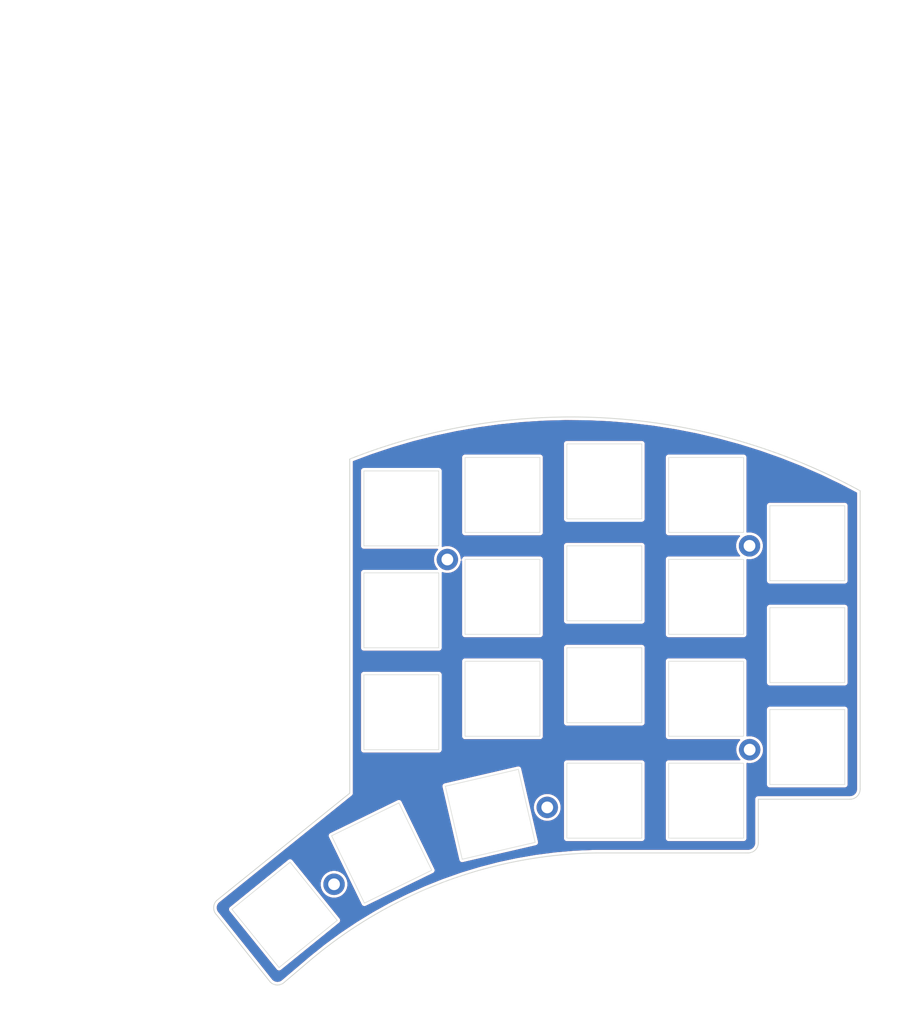
<source format=kicad_pcb>
(kicad_pcb (version 20171130) (host pcbnew 5.1.8)

  (general
    (thickness 1.6)
    (drawings 95)
    (tracks 0)
    (zones 0)
    (modules 5)
    (nets 1)
  )

  (page A4)
  (layers
    (0 F.Cu signal)
    (31 B.Cu signal)
    (32 B.Adhes user)
    (33 F.Adhes user)
    (34 B.Paste user)
    (35 F.Paste user)
    (36 B.SilkS user)
    (37 F.SilkS user)
    (38 B.Mask user)
    (39 F.Mask user)
    (40 Dwgs.User user)
    (41 Cmts.User user)
    (42 Eco1.User user)
    (43 Eco2.User user)
    (44 Edge.Cuts user)
    (45 Margin user)
    (46 B.CrtYd user)
    (47 F.CrtYd user)
    (48 B.Fab user)
    (49 F.Fab user)
  )

  (setup
    (last_trace_width 0.25)
    (user_trace_width 0.25)
    (user_trace_width 0.5)
    (trace_clearance 0.2)
    (zone_clearance 0.508)
    (zone_45_only no)
    (trace_min 0.2)
    (via_size 0.4)
    (via_drill 0.3)
    (via_min_size 0.4)
    (via_min_drill 0.3)
    (uvia_size 0.3)
    (uvia_drill 0.1)
    (uvias_allowed no)
    (uvia_min_size 0.2)
    (uvia_min_drill 0.1)
    (edge_width 0.15)
    (segment_width 0.2)
    (pcb_text_width 0.3)
    (pcb_text_size 1.5 1.5)
    (mod_edge_width 0.15)
    (mod_text_size 1 1)
    (mod_text_width 0.15)
    (pad_size 4 4)
    (pad_drill 2.2)
    (pad_to_mask_clearance 0.2)
    (aux_axis_origin 89.73 40.552)
    (visible_elements FFFFE7FF)
    (pcbplotparams
      (layerselection 0x010f0_ffffffff)
      (usegerberextensions true)
      (usegerberattributes false)
      (usegerberadvancedattributes false)
      (creategerberjobfile false)
      (excludeedgelayer true)
      (linewidth 0.100000)
      (plotframeref false)
      (viasonmask false)
      (mode 1)
      (useauxorigin false)
      (hpglpennumber 1)
      (hpglpenspeed 20)
      (hpglpendiameter 15.000000)
      (psnegative false)
      (psa4output false)
      (plotreference true)
      (plotvalue true)
      (plotinvisibletext false)
      (padsonsilk false)
      (subtractmaskfromsilk false)
      (outputformat 1)
      (mirror false)
      (drillshape 0)
      (scaleselection 1)
      (outputdirectory "gerber/"))
  )

  (net 0 "")

  (net_class Default "これは標準のネット クラスです。"
    (clearance 0.2)
    (trace_width 0.25)
    (via_dia 0.4)
    (via_drill 0.3)
    (uvia_dia 0.3)
    (uvia_drill 0.1)
  )

  (net_class GND ""
    (clearance 0.2)
    (trace_width 0.5)
    (via_dia 0.4)
    (via_drill 0.3)
    (uvia_dia 0.3)
    (uvia_drill 0.1)
  )

  (net_class VCC ""
    (clearance 0.2)
    (trace_width 0.5)
    (via_dia 0.4)
    (via_drill 0.3)
    (uvia_dia 0.3)
    (uvia_drill 0.1)
  )

  (module Wire_Pads:SolderWirePad_single_0-8mmDrill (layer F.Cu) (tedit 0) (tstamp 5FC611AC)
    (at 147.835997 105.91722)
    (fp_text reference "" (at 0 0) (layer F.SilkS)
      (effects (font (size 1.27 1.27) (thickness 0.15)))
    )
    (fp_text value "" (at 0 0) (layer F.SilkS)
      (effects (font (size 1.27 1.27) (thickness 0.15)))
    )
    (pad 5 thru_hole circle (at 0 0) (size 4 4) (drill 2.2) (layers *.Cu *.Mask))
  )

  (module Wire_Pads:SolderWirePad_single_0-8mmDrill (layer F.Cu) (tedit 0) (tstamp 5FC610EF)
    (at 107.95 120.28424)
    (fp_text reference "" (at 0 0) (layer F.SilkS)
      (effects (font (size 1.27 1.27) (thickness 0.15)))
    )
    (fp_text value "" (at 0 0) (layer F.SilkS)
      (effects (font (size 1.27 1.27) (thickness 0.15)))
    )
    (pad 4 thru_hole circle (at 0 0) (size 4 4) (drill 2.2) (layers *.Cu *.Mask))
  )

  (module Wire_Pads:SolderWirePad_single_0-8mmDrill (layer F.Cu) (tedit 0) (tstamp 5FC610A8)
    (at 185.70728 95.123)
    (fp_text reference "" (at 0 0) (layer F.SilkS)
      (effects (font (size 1.27 1.27) (thickness 0.15)))
    )
    (fp_text value "" (at 0 0) (layer F.SilkS)
      (effects (font (size 1.27 1.27) (thickness 0.15)))
    )
    (pad 3 thru_hole circle (at 0 0) (size 4 4) (drill 2.2) (layers *.Cu *.Mask))
  )

  (module Wire_Pads:SolderWirePad_single_0-8mmDrill (layer F.Cu) (tedit 0) (tstamp 5FC61055)
    (at 185.674 57.023)
    (fp_text reference "" (at 0 0) (layer F.SilkS)
      (effects (font (size 1.27 1.27) (thickness 0.15)))
    )
    (fp_text value "" (at 0 0) (layer F.SilkS)
      (effects (font (size 1.27 1.27) (thickness 0.15)))
    )
    (pad 2 thru_hole circle (at 0 0) (size 4 4) (drill 2.2) (layers *.Cu *.Mask))
  )

  (module Wire_Pads:SolderWirePad_single_0-8mmDrill (layer F.Cu) (tedit 5EAC29B5) (tstamp 5FC613F3)
    (at 129.146562 59.578774)
    (fp_text reference "" (at 0 0) (layer F.SilkS)
      (effects (font (size 1.27 1.27) (thickness 0.15)))
    )
    (fp_text value "" (at 0 0) (layer F.SilkS)
      (effects (font (size 1.27 1.27) (thickness 0.15)))
    )
    (pad 1 thru_hole circle (at 0 0) (size 4 4) (drill 2.2) (layers *.Cu *.Mask))
  )

  (gr_line (start 110.883323 103.251) (end 85.979 123.317) (layer Edge.Cuts) (width 0.15) (tstamp 5FC614C4))
  (gr_line (start 88.848365 124.963599) (end 99.726757 116.154451) (layer Edge.Cuts) (width 0.1) (tstamp 5FC611F6))
  (gr_line (start 97.659118 135.843973) (end 88.848365 124.963599) (layer Edge.Cuts) (width 0.1) (tstamp 5FC611F5))
  (gr_line (start 99.726757 116.154451) (end 108.53751 127.034825) (layer Edge.Cuts) (width 0.1) (tstamp 5FC611F4))
  (gr_line (start 108.53751 127.034825) (end 97.659118 135.843973) (layer Edge.Cuts) (width 0.1) (tstamp 5FC611F3))
  (gr_line (start 107.494643 111.218595) (end 120.07585 105.082331) (layer Edge.Cuts) (width 0.1) (tstamp 5FC611F6))
  (gr_line (start 113.632025 123.802094) (end 107.494643 111.218595) (layer Edge.Cuts) (width 0.1) (tstamp 5FC611F5))
  (gr_line (start 120.07585 105.082331) (end 126.213232 117.665829) (layer Edge.Cuts) (width 0.1) (tstamp 5FC611F4))
  (gr_line (start 126.213232 117.665829) (end 113.632025 123.802094) (layer Edge.Cuts) (width 0.1) (tstamp 5FC611F3))
  (gr_line (start 128.779677 101.956833) (end 142.418788 98.807996) (layer Edge.Cuts) (width 0.1) (tstamp 5FC611F6))
  (gr_line (start 131.929088 115.598428) (end 128.779677 101.956833) (layer Edge.Cuts) (width 0.1) (tstamp 5FC611F5))
  (gr_line (start 142.418788 98.807996) (end 145.568198 112.449592) (layer Edge.Cuts) (width 0.1) (tstamp 5FC611F4))
  (gr_line (start 145.568198 112.449592) (end 131.929088 115.598428) (layer Edge.Cuts) (width 0.1) (tstamp 5FC611F3))
  (gr_line (start 165.508875 97.663) (end 165.508875 111.663425) (layer Edge.Cuts) (width 0.1) (tstamp 5FC60F67))
  (gr_line (start 151.511 97.663) (end 165.508875 97.663) (layer Edge.Cuts) (width 0.1) (tstamp 5FC60F66))
  (gr_line (start 165.508875 111.663425) (end 151.511 111.663425) (layer Edge.Cuts) (width 0.1) (tstamp 5FC60F65))
  (gr_line (start 151.511 111.663425) (end 151.511 97.663) (layer Edge.Cuts) (width 0.1) (tstamp 5FC60F64))
  (gr_line (start 184.558875 97.663) (end 184.558875 111.663425) (layer Edge.Cuts) (width 0.1) (tstamp 5FC60EDD))
  (gr_line (start 170.561 111.663425) (end 170.561 97.663) (layer Edge.Cuts) (width 0.1) (tstamp 5FC60EDB))
  (gr_line (start 170.561 97.663) (end 184.558875 97.663) (layer Edge.Cuts) (width 0.1) (tstamp 5FC60ED9))
  (gr_line (start 184.558875 111.663425) (end 170.561 111.663425) (layer Edge.Cuts) (width 0.1) (tstamp 5FC60ED8))
  (gr_line (start 189.484 87.63) (end 203.481875 87.63) (layer Edge.Cuts) (width 0.1) (tstamp 5FC60EEB))
  (gr_line (start 189.484 101.630425) (end 189.484 87.63) (layer Edge.Cuts) (width 0.1) (tstamp 5FC60EEA))
  (gr_line (start 127.535875 81.12125) (end 127.535875 95.121675) (layer Edge.Cuts) (width 0.1) (tstamp 5FC60EE9))
  (gr_line (start 127.535875 95.121675) (end 113.538 95.121675) (layer Edge.Cuts) (width 0.1) (tstamp 5FC60EE8))
  (gr_line (start 113.538 81.12125) (end 127.535875 81.12125) (layer Edge.Cuts) (width 0.1) (tstamp 5FC60EE7))
  (gr_line (start 113.538 95.121675) (end 113.538 81.12125) (layer Edge.Cuts) (width 0.1) (tstamp 5FC60EE6))
  (gr_line (start 146.458875 78.613) (end 146.458875 92.613425) (layer Edge.Cuts) (width 0.1) (tstamp 5FC60EE5))
  (gr_line (start 146.458875 92.613425) (end 132.461 92.613425) (layer Edge.Cuts) (width 0.1) (tstamp 5FC60EE4))
  (gr_line (start 132.461 78.613) (end 146.458875 78.613) (layer Edge.Cuts) (width 0.1) (tstamp 5FC60EE3))
  (gr_line (start 132.461 92.613425) (end 132.461 78.613) (layer Edge.Cuts) (width 0.1) (tstamp 5FC60EE2))
  (gr_line (start 165.508875 76.073) (end 165.508875 90.073425) (layer Edge.Cuts) (width 0.1) (tstamp 5FC60EE1))
  (gr_line (start 165.508875 90.073425) (end 151.511 90.073425) (layer Edge.Cuts) (width 0.1) (tstamp 5FC60EE0))
  (gr_line (start 151.511 76.073) (end 165.508875 76.073) (layer Edge.Cuts) (width 0.1) (tstamp 5FC60EDF))
  (gr_line (start 151.511 90.073425) (end 151.511 76.073) (layer Edge.Cuts) (width 0.1) (tstamp 5FC60EDE))
  (gr_line (start 184.558875 78.613) (end 184.558875 92.613425) (layer Edge.Cuts) (width 0.1) (tstamp 5FC60EDD))
  (gr_line (start 203.481875 101.630425) (end 189.484 101.630425) (layer Edge.Cuts) (width 0.1) (tstamp 5FC60EDC))
  (gr_line (start 170.561 92.613425) (end 170.561 78.613) (layer Edge.Cuts) (width 0.1) (tstamp 5FC60EDB))
  (gr_line (start 203.481875 87.63) (end 203.481875 101.630425) (layer Edge.Cuts) (width 0.1) (tstamp 5FC60EDA))
  (gr_line (start 170.561 78.613) (end 184.558875 78.613) (layer Edge.Cuts) (width 0.1) (tstamp 5FC60ED9))
  (gr_line (start 184.558875 92.613425) (end 170.561 92.613425) (layer Edge.Cuts) (width 0.1) (tstamp 5FC60ED8))
  (gr_line (start 189.484 68.58) (end 203.481875 68.58) (layer Edge.Cuts) (width 0.1) (tstamp 5FC60EEB))
  (gr_line (start 189.484 82.580425) (end 189.484 68.58) (layer Edge.Cuts) (width 0.1) (tstamp 5FC60EEA))
  (gr_line (start 127.535875 62.07125) (end 127.535875 76.071675) (layer Edge.Cuts) (width 0.1) (tstamp 5FC60EE9))
  (gr_line (start 127.535875 76.071675) (end 113.538 76.071675) (layer Edge.Cuts) (width 0.1) (tstamp 5FC60EE8))
  (gr_line (start 113.538 62.07125) (end 127.535875 62.07125) (layer Edge.Cuts) (width 0.1) (tstamp 5FC60EE7))
  (gr_line (start 113.538 76.071675) (end 113.538 62.07125) (layer Edge.Cuts) (width 0.1) (tstamp 5FC60EE6))
  (gr_line (start 146.458875 59.563) (end 146.458875 73.563425) (layer Edge.Cuts) (width 0.1) (tstamp 5FC60EE5))
  (gr_line (start 146.458875 73.563425) (end 132.461 73.563425) (layer Edge.Cuts) (width 0.1) (tstamp 5FC60EE4))
  (gr_line (start 132.461 59.563) (end 146.458875 59.563) (layer Edge.Cuts) (width 0.1) (tstamp 5FC60EE3))
  (gr_line (start 132.461 73.563425) (end 132.461 59.563) (layer Edge.Cuts) (width 0.1) (tstamp 5FC60EE2))
  (gr_line (start 165.508875 57.023) (end 165.508875 71.023425) (layer Edge.Cuts) (width 0.1) (tstamp 5FC60EE1))
  (gr_line (start 165.508875 71.023425) (end 151.511 71.023425) (layer Edge.Cuts) (width 0.1) (tstamp 5FC60EE0))
  (gr_line (start 151.511 57.023) (end 165.508875 57.023) (layer Edge.Cuts) (width 0.1) (tstamp 5FC60EDF))
  (gr_line (start 151.511 71.023425) (end 151.511 57.023) (layer Edge.Cuts) (width 0.1) (tstamp 5FC60EDE))
  (gr_line (start 184.558875 59.563) (end 184.558875 73.563425) (layer Edge.Cuts) (width 0.1) (tstamp 5FC60EDD))
  (gr_line (start 203.481875 82.580425) (end 189.484 82.580425) (layer Edge.Cuts) (width 0.1) (tstamp 5FC60EDC))
  (gr_line (start 170.561 73.563425) (end 170.561 59.563) (layer Edge.Cuts) (width 0.1) (tstamp 5FC60EDB))
  (gr_line (start 203.481875 68.58) (end 203.481875 82.580425) (layer Edge.Cuts) (width 0.1) (tstamp 5FC60EDA))
  (gr_line (start 170.561 59.563) (end 184.558875 59.563) (layer Edge.Cuts) (width 0.1) (tstamp 5FC60ED9))
  (gr_line (start 184.558875 73.563425) (end 170.561 73.563425) (layer Edge.Cuts) (width 0.1) (tstamp 5FC60ED8))
  (gr_line (start 189.484 63.530425) (end 189.484 49.53) (layer Edge.Cuts) (width 0.1) (tstamp 5FC60A5C))
  (gr_line (start 189.484 49.53) (end 203.481875 49.53) (layer Edge.Cuts) (width 0.1) (tstamp 5FC60A5B))
  (gr_line (start 203.481875 63.530425) (end 189.484 63.530425) (layer Edge.Cuts) (width 0.1) (tstamp 5FC60A5A))
  (gr_line (start 203.481875 49.53) (end 203.481875 63.530425) (layer Edge.Cuts) (width 0.1) (tstamp 5FC60A59))
  (gr_line (start 170.561 54.513425) (end 170.561 40.513) (layer Edge.Cuts) (width 0.1) (tstamp 5FC60B84))
  (gr_line (start 170.561 40.513) (end 184.558875 40.513) (layer Edge.Cuts) (width 0.1) (tstamp 5FC60B87))
  (gr_line (start 184.558875 54.513425) (end 170.561 54.513425) (layer Edge.Cuts) (width 0.1) (tstamp 5FC60B7E))
  (gr_line (start 184.558875 40.513) (end 184.558875 54.513425) (layer Edge.Cuts) (width 0.1) (tstamp 5FC60B81))
  (gr_line (start 151.511 51.973425) (end 151.511 37.973) (layer Edge.Cuts) (width 0.1) (tstamp 5FC60A5C))
  (gr_line (start 151.511 37.973) (end 165.508875 37.973) (layer Edge.Cuts) (width 0.1) (tstamp 5FC60A5B))
  (gr_line (start 165.508875 51.973425) (end 151.511 51.973425) (layer Edge.Cuts) (width 0.1) (tstamp 5FC60A5A))
  (gr_line (start 165.508875 37.973) (end 165.508875 51.973425) (layer Edge.Cuts) (width 0.1) (tstamp 5FC60A59))
  (gr_line (start 132.461 54.513425) (end 132.461 40.513) (layer Edge.Cuts) (width 0.1) (tstamp 5FC60A5C))
  (gr_line (start 132.461 40.513) (end 146.458875 40.513) (layer Edge.Cuts) (width 0.1) (tstamp 5FC60A5B))
  (gr_line (start 146.458875 54.513425) (end 132.461 54.513425) (layer Edge.Cuts) (width 0.1) (tstamp 5FC60A5A))
  (gr_line (start 146.458875 40.513) (end 146.458875 54.513425) (layer Edge.Cuts) (width 0.1) (tstamp 5FC60A59))
  (gr_line (start 113.538 57.021675) (end 113.538 43.02125) (layer Edge.Cuts) (width 0.1) (tstamp 5FC60A5C))
  (gr_line (start 113.538 43.02125) (end 127.535875 43.02125) (layer Edge.Cuts) (width 0.1) (tstamp 5FC60A5B))
  (gr_line (start 127.535875 57.021675) (end 113.538 57.021675) (layer Edge.Cuts) (width 0.1) (tstamp 5FC60A5A))
  (gr_line (start 127.535875 43.02125) (end 127.535875 57.021675) (layer Edge.Cuts) (width 0.1) (tstamp 5FC60A59))
  (gr_line (start 103.910062 134.140931) (end 98.706076 138.557) (layer Edge.Cuts) (width 0.15) (tstamp 5FC5F9B9))
  (gr_line (start 85.979 126.011076) (end 96.012 138.557) (layer Edge.Cuts) (width 0.15))
  (gr_arc (start 87.326038 124.664038) (end 85.979 123.317) (angle -90) (layer Edge.Cuts) (width 0.15) (tstamp 5FC5F866))
  (gr_line (start 206.375 102.489) (end 206.375 46.736) (layer Edge.Cuts) (width 0.15) (tstamp 5FC5F81C))
  (gr_arc (start 97.359038 137.209962) (end 96.012 138.557) (angle -90) (layer Edge.Cuts) (width 0.15) (tstamp 5FC5F705))
  (gr_line (start 185.42 114.427) (end 156.972 114.427) (layer Edge.Cuts) (width 0.15))
  (gr_line (start 187.325 112.522) (end 187.325 104.394) (layer Edge.Cuts) (width 0.15) (tstamp 5FC5F73F))
  (gr_line (start 204.47 104.394) (end 187.325 104.394) (layer Edge.Cuts) (width 0.15) (tstamp 5FC5F725))
  (gr_arc (start 204.47 102.489) (end 204.47 104.394) (angle -90) (layer Edge.Cuts) (width 0.15) (tstamp 5FC5F705))
  (gr_arc (start 185.42 112.522) (end 185.42 114.427) (angle -90) (layer Edge.Cuts) (width 0.15))
  (gr_line (start 110.883323 40.79826) (end 110.883323 103.251) (layer Edge.Cuts) (width 0.15))
  (gr_arc (start 152.28354 145.818426) (end 206.375 46.736) (angle -50.1461367) (layer Edge.Cuts) (width 0.15))
  (gr_arc (start 158.479152 199.75126) (end 156.972 114.427) (angle -38.73884586) (layer Edge.Cuts) (width 0.15))
  (gr_line (start 45.503294 -44.952764) (end 45.503294 -44.952764) (layer Eco2.User) (width 0.1) (tstamp 5FC58DD6))

  (zone (net 0) (net_name "") (layer F.Cu) (tstamp 0) (hatch edge 0.508)
    (connect_pads (clearance 0.508))
    (min_thickness 0.254)
    (fill yes (arc_segments 32) (thermal_gap 0.508) (thermal_bridge_width 0.508))
    (polygon
      (pts
        (xy 215.9 139.827) (xy 73.787 146.431) (xy 76.835 26.924) (xy 215.9 24.892)
      )
    )
    (filled_polygon
      (pts
        (xy 155.386403 33.685626) (xy 159.493263 33.874634) (xy 163.590472 34.214009) (xy 167.672482 34.703291) (xy 171.733814 35.341824)
        (xy 175.76902 36.12875) (xy 179.772667 37.063009) (xy 183.739423 38.143358) (xy 187.663908 39.368333) (xy 191.540885 40.736299)
        (xy 195.365092 42.245396) (xy 199.131472 43.89363) (xy 202.835607 45.679101) (xy 205.665001 47.165077) (xy 205.665 102.454271)
        (xy 205.638901 102.720449) (xy 205.571684 102.943084) (xy 205.462506 103.148417) (xy 205.315522 103.328637) (xy 205.136333 103.476876)
        (xy 204.931761 103.587488) (xy 204.709606 103.656257) (xy 204.445655 103.684) (xy 187.359877 103.684) (xy 187.325 103.680565)
        (xy 187.290123 103.684) (xy 187.185816 103.694273) (xy 187.05198 103.734872) (xy 186.928637 103.8008) (xy 186.820525 103.889525)
        (xy 186.7318 103.997637) (xy 186.665872 104.12098) (xy 186.625273 104.254816) (xy 186.611565 104.394) (xy 186.615001 104.428887)
        (xy 186.615 112.487271) (xy 186.588901 112.753449) (xy 186.521684 112.976084) (xy 186.412506 113.181417) (xy 186.265522 113.361637)
        (xy 186.086333 113.509876) (xy 185.881761 113.620488) (xy 185.659606 113.689257) (xy 185.395655 113.717) (xy 156.937123 113.717)
        (xy 156.929824 113.717719) (xy 156.452785 113.727556) (xy 156.444328 113.727908) (xy 156.435825 113.728108) (xy 152.865016 113.887186)
        (xy 152.835341 113.889131) (xy 149.274326 114.197599) (xy 149.244758 114.200785) (xy 145.699785 114.658102) (xy 145.670377 114.662524)
        (xy 142.147663 115.267888) (xy 142.118466 115.273537) (xy 138.624192 116.025886) (xy 138.595257 116.032753) (xy 138.595245 116.032756)
        (xy 135.135554 116.930766) (xy 135.106932 116.938839) (xy 131.687867 117.980943) (xy 131.659608 117.990207) (xy 131.659593 117.990213)
        (xy 128.287183 119.174572) (xy 128.259337 119.185011) (xy 124.939464 120.50956) (xy 124.912079 120.521156) (xy 121.650587 121.983564)
        (xy 121.623712 121.996297) (xy 121.623693 121.996307) (xy 118.426318 123.594) (xy 118.4 123.607847) (xy 118.39998 123.607859)
        (xy 115.272316 125.338042) (xy 115.246601 125.352979) (xy 115.24658 125.352992) (xy 112.194114 127.21263) (xy 112.169047 127.22863)
        (xy 109.197111 129.214474) (xy 109.172736 129.23151) (xy 106.286566 131.340064) (xy 106.276334 131.347874) (xy 106.262926 131.358106)
        (xy 103.486274 133.570777) (xy 103.477266 133.577013) (xy 98.25107 138.01193) (xy 98.021917 138.200158) (xy 97.816958 138.310056)
        (xy 97.594566 138.378048) (xy 97.3632 138.40155) (xy 97.131669 138.379663) (xy 96.908806 138.313225) (xy 96.70309 138.204763)
        (xy 96.522441 138.058477) (xy 86.533886 125.568131) (xy 86.53388 125.568121) (xy 86.533763 125.567977) (xy 86.511714 125.540405)
        (xy 86.50847 125.537077) (xy 86.335842 125.326917) (xy 86.225944 125.121958) (xy 86.196785 125.02658) (xy 88.162939 125.02658)
        (xy 88.188397 125.15909) (xy 88.239217 125.284088) (xy 88.313445 125.396769) (xy 88.3372 125.420836) (xy 97.105601 136.248912)
        (xy 97.124198 136.277143) (xy 97.147946 136.301203) (xy 97.147947 136.301205) (xy 97.218982 136.373176) (xy 97.330682 136.448874)
        (xy 97.455004 136.501326) (xy 97.587169 136.528515) (xy 97.722099 136.529399) (xy 97.854609 136.503941) (xy 97.861041 136.501326)
        (xy 97.979607 136.453121) (xy 98.064053 136.397492) (xy 98.092287 136.378893) (xy 98.11635 136.355143) (xy 108.942459 127.588335)
        (xy 108.970679 127.569745) (xy 108.99473 127.546006) (xy 108.994743 127.545996) (xy 109.066714 127.47496) (xy 109.142411 127.363261)
        (xy 109.194863 127.238939) (xy 109.222052 127.106774) (xy 109.222936 126.971844) (xy 109.197478 126.839334) (xy 109.197478 126.839332)
        (xy 109.168099 126.767073) (xy 109.146659 126.714336) (xy 109.107036 126.654188) (xy 109.091029 126.629888) (xy 109.091027 126.629885)
        (xy 109.07243 126.601655) (xy 109.048684 126.577597) (xy 103.742265 120.024715) (xy 105.315 120.024715) (xy 105.315 120.543765)
        (xy 105.416261 121.052841) (xy 105.614893 121.532381) (xy 105.903262 121.963955) (xy 106.270285 122.330978) (xy 106.701859 122.619347)
        (xy 107.181399 122.817979) (xy 107.690475 122.91924) (xy 108.209525 122.91924) (xy 108.718601 122.817979) (xy 109.198141 122.619347)
        (xy 109.629715 122.330978) (xy 109.996738 121.963955) (xy 110.285107 121.532381) (xy 110.483739 121.052841) (xy 110.585 120.543765)
        (xy 110.585 120.024715) (xy 110.483739 119.515639) (xy 110.285107 119.036099) (xy 109.996738 118.604525) (xy 109.629715 118.237502)
        (xy 109.198141 117.949133) (xy 108.718601 117.750501) (xy 108.209525 117.64924) (xy 107.690475 117.64924) (xy 107.181399 117.750501)
        (xy 106.701859 117.949133) (xy 106.270285 118.237502) (xy 105.903262 118.604525) (xy 105.614893 119.036099) (xy 105.416261 119.515639)
        (xy 105.315 120.024715) (xy 103.742265 120.024715) (xy 100.280276 115.749515) (xy 100.261677 115.721281) (xy 100.233628 115.692862)
        (xy 100.166891 115.625247) (xy 100.055192 115.54955) (xy 99.93087 115.497098) (xy 99.798705 115.469909) (xy 99.663776 115.469025)
        (xy 99.663775 115.469025) (xy 99.531265 115.494483) (xy 99.406267 115.545302) (xy 99.321821 115.600932) (xy 99.293587 115.619531)
        (xy 99.269524 115.643281) (xy 88.443427 124.410081) (xy 88.415195 124.428679) (xy 88.391134 124.452428) (xy 88.391132 124.452429)
        (xy 88.319161 124.523465) (xy 88.243464 124.635164) (xy 88.191012 124.759486) (xy 88.163823 124.891651) (xy 88.162939 125.02658)
        (xy 86.196785 125.02658) (xy 86.157952 124.899566) (xy 86.13445 124.6682) (xy 86.156337 124.43667) (xy 86.222775 124.213806)
        (xy 86.331239 124.008087) (xy 86.478282 123.826504) (xy 102.074064 111.260615) (xy 106.807614 111.260615) (xy 106.829013 111.393841)
        (xy 106.875991 111.520331) (xy 106.89372 111.549121) (xy 113.001605 124.072146) (xy 113.013373 124.103831) (xy 113.031096 124.132611)
        (xy 113.0311 124.132619) (xy 113.084125 124.218725) (xy 113.175934 124.31761) (xy 113.28527 124.396684) (xy 113.341493 124.422454)
        (xy 113.407933 124.452907) (xy 113.507991 124.476698) (xy 113.539204 124.48412) (xy 113.674045 124.489123) (xy 113.807271 124.467724)
        (xy 113.933761 124.420746) (xy 113.962551 124.403017) (xy 126.483287 118.296247) (xy 126.514968 118.284481) (xy 126.543746 118.266759)
        (xy 126.543757 118.266754) (xy 126.629863 118.213729) (xy 126.728747 118.12192) (xy 126.741101 118.104838) (xy 126.807822 118.012583)
        (xy 126.833788 117.955932) (xy 126.864044 117.889923) (xy 126.895258 117.75865) (xy 126.900261 117.623809) (xy 126.896639 117.601256)
        (xy 126.878862 117.490582) (xy 126.843655 117.395786) (xy 126.843654 117.395783) (xy 126.831884 117.364093) (xy 126.814158 117.335309)
        (xy 120.706272 104.812285) (xy 120.694502 104.780595) (xy 120.675311 104.74943) (xy 120.623749 104.6657) (xy 120.53194 104.566815)
        (xy 120.422604 104.487741) (xy 120.299942 104.431518) (xy 120.16867 104.400305) (xy 120.03383 104.395302) (xy 120.033829 104.395302)
        (xy 119.900603 104.416701) (xy 119.805807 104.451908) (xy 119.805804 104.451909) (xy 119.774114 104.463679) (xy 119.745328 104.481406)
        (xy 107.224597 110.588173) (xy 107.192907 110.599943) (xy 107.164121 110.617669) (xy 107.164118 110.617671) (xy 107.078012 110.670696)
        (xy 106.979127 110.762505) (xy 106.900053 110.871841) (xy 106.84383 110.994503) (xy 106.820859 111.091113) (xy 106.812617 111.125775)
        (xy 106.807614 111.260615) (xy 102.074064 111.260615) (xy 111.276844 103.845719) (xy 111.279686 103.8442) (xy 111.33123 103.801899)
        (xy 111.355942 103.781988) (xy 111.35823 103.779741) (xy 111.387798 103.755475) (xy 111.408 103.730859) (xy 111.430719 103.708545)
        (xy 111.452256 103.676933) (xy 111.476523 103.647363) (xy 111.491534 103.619278) (xy 111.509464 103.592961) (xy 111.52442 103.557753)
        (xy 111.542451 103.52402) (xy 111.551695 103.493548) (xy 111.564146 103.464237) (xy 111.571946 103.426787) (xy 111.58305 103.390184)
        (xy 111.586171 103.358496) (xy 111.592665 103.327318) (xy 111.593009 103.289064) (xy 111.593323 103.285877) (xy 111.593323 103.254168)
        (xy 111.593923 103.187465) (xy 111.593323 103.1843) (xy 111.593323 101.977853) (xy 128.091685 101.977853) (xy 128.109005 102.111669)
        (xy 128.119803 102.143707) (xy 131.254078 115.719746) (xy 131.258416 115.753264) (xy 131.26921 115.785293) (xy 131.269213 115.785304)
        (xy 131.301509 115.88113) (xy 131.368721 115.998133) (xy 131.457467 116.099776) (xy 131.564337 116.18215) (xy 131.685224 116.242094)
        (xy 131.815483 116.277301) (xy 131.950108 116.28642) (xy 132.050394 116.27344) (xy 132.050396 116.27344) (xy 132.083924 116.2691)
        (xy 132.115962 116.258302) (xy 145.689513 113.124603) (xy 145.723034 113.120264) (xy 145.755065 113.109469) (xy 145.755073 113.109467)
        (xy 145.8509 113.077171) (xy 145.967903 113.00996) (xy 146.069545 112.921213) (xy 146.15192 112.814343) (xy 146.211864 112.693456)
        (xy 146.247071 112.563197) (xy 146.25619 112.428572) (xy 146.25619 112.428571) (xy 146.24321 112.328285) (xy 146.243209 112.328282)
        (xy 146.23887 112.294756) (xy 146.228074 112.262723) (xy 144.703184 105.657695) (xy 145.200997 105.657695) (xy 145.200997 106.176745)
        (xy 145.302258 106.685821) (xy 145.50089 107.165361) (xy 145.789259 107.596935) (xy 146.156282 107.963958) (xy 146.587856 108.252327)
        (xy 147.067396 108.450959) (xy 147.576472 108.55222) (xy 148.095522 108.55222) (xy 148.604598 108.450959) (xy 149.084138 108.252327)
        (xy 149.515712 107.963958) (xy 149.882735 107.596935) (xy 150.171104 107.165361) (xy 150.369736 106.685821) (xy 150.470997 106.176745)
        (xy 150.470997 105.657695) (xy 150.369736 105.148619) (xy 150.171104 104.669079) (xy 149.882735 104.237505) (xy 149.515712 103.870482)
        (xy 149.084138 103.582113) (xy 148.604598 103.383481) (xy 148.095522 103.28222) (xy 147.576472 103.28222) (xy 147.067396 103.383481)
        (xy 146.587856 103.582113) (xy 146.156282 103.870482) (xy 145.789259 104.237505) (xy 145.50089 104.669079) (xy 145.302258 105.148619)
        (xy 145.200997 105.657695) (xy 144.703184 105.657695) (xy 143.0938 98.686689) (xy 143.08946 98.653159) (xy 143.046366 98.525293)
        (xy 142.979155 98.408291) (xy 142.890409 98.306648) (xy 142.783538 98.224274) (xy 142.662652 98.16433) (xy 142.532392 98.129123)
        (xy 142.397768 98.120004) (xy 142.397767 98.120004) (xy 142.297481 98.132984) (xy 142.297478 98.132985) (xy 142.263952 98.137324)
        (xy 142.231916 98.148121) (xy 128.658369 101.281821) (xy 128.624841 101.286161) (xy 128.592803 101.296959) (xy 128.592801 101.296959)
        (xy 128.496974 101.329255) (xy 128.379972 101.396467) (xy 128.278329 101.485213) (xy 128.195955 101.592083) (xy 128.136011 101.71297)
        (xy 128.100804 101.843229) (xy 128.091685 101.977853) (xy 111.593323 101.977853) (xy 111.593323 97.663) (xy 150.822686 97.663)
        (xy 150.826001 97.696657) (xy 150.826 111.629778) (xy 150.822686 111.663425) (xy 150.835912 111.797708) (xy 150.875081 111.926831)
        (xy 150.938688 112.045832) (xy 151.024289 112.150136) (xy 151.128593 112.235737) (xy 151.247594 112.299344) (xy 151.376717 112.338513)
        (xy 151.511 112.351739) (xy 151.544647 112.348425) (xy 165.475228 112.348425) (xy 165.508875 112.351739) (xy 165.643158 112.338513)
        (xy 165.772281 112.299344) (xy 165.891282 112.235737) (xy 165.995586 112.150136) (xy 166.081187 112.045832) (xy 166.144794 111.926831)
        (xy 166.183963 111.797708) (xy 166.193875 111.697072) (xy 166.193875 111.697071) (xy 166.197189 111.663425) (xy 166.193875 111.629778)
        (xy 166.193875 97.696647) (xy 166.197189 97.663) (xy 166.183963 97.528717) (xy 166.144794 97.399594) (xy 166.081187 97.280593)
        (xy 165.995586 97.176289) (xy 165.891282 97.090688) (xy 165.772281 97.027081) (xy 165.643158 96.987912) (xy 165.542522 96.978)
        (xy 165.508875 96.974686) (xy 165.475228 96.978) (xy 151.544647 96.978) (xy 151.511 96.974686) (xy 151.477353 96.978)
        (xy 151.376717 96.987912) (xy 151.247594 97.027081) (xy 151.128593 97.090688) (xy 151.024289 97.176289) (xy 150.938688 97.280593)
        (xy 150.875081 97.399594) (xy 150.835912 97.528717) (xy 150.822686 97.663) (xy 111.593323 97.663) (xy 111.593323 81.12125)
        (xy 112.849686 81.12125) (xy 112.853001 81.154907) (xy 112.853 95.088028) (xy 112.849686 95.121675) (xy 112.862912 95.255958)
        (xy 112.902081 95.385081) (xy 112.965688 95.504082) (xy 113.051289 95.608386) (xy 113.155593 95.693987) (xy 113.274594 95.757594)
        (xy 113.403717 95.796763) (xy 113.538 95.809989) (xy 113.571647 95.806675) (xy 127.502228 95.806675) (xy 127.535875 95.809989)
        (xy 127.670158 95.796763) (xy 127.799281 95.757594) (xy 127.918282 95.693987) (xy 128.022586 95.608386) (xy 128.108187 95.504082)
        (xy 128.171794 95.385081) (xy 128.210963 95.255958) (xy 128.220875 95.155322) (xy 128.220875 95.155321) (xy 128.224189 95.121675)
        (xy 128.220875 95.088028) (xy 128.220875 81.154897) (xy 128.224189 81.12125) (xy 128.210963 80.986967) (xy 128.171794 80.857844)
        (xy 128.108187 80.738843) (xy 128.022586 80.634539) (xy 127.918282 80.548938) (xy 127.799281 80.485331) (xy 127.670158 80.446162)
        (xy 127.569522 80.43625) (xy 127.535875 80.432936) (xy 127.502228 80.43625) (xy 113.571647 80.43625) (xy 113.538 80.432936)
        (xy 113.504353 80.43625) (xy 113.403717 80.446162) (xy 113.274594 80.485331) (xy 113.155593 80.548938) (xy 113.051289 80.634539)
        (xy 112.965688 80.738843) (xy 112.902081 80.857844) (xy 112.862912 80.986967) (xy 112.849686 81.12125) (xy 111.593323 81.12125)
        (xy 111.593323 78.613) (xy 131.772686 78.613) (xy 131.776001 78.646657) (xy 131.776 92.579778) (xy 131.772686 92.613425)
        (xy 131.785912 92.747708) (xy 131.825081 92.876831) (xy 131.888688 92.995832) (xy 131.974289 93.100136) (xy 132.078593 93.185737)
        (xy 132.197594 93.249344) (xy 132.326717 93.288513) (xy 132.461 93.301739) (xy 132.494647 93.298425) (xy 146.425228 93.298425)
        (xy 146.458875 93.301739) (xy 146.593158 93.288513) (xy 146.722281 93.249344) (xy 146.841282 93.185737) (xy 146.945586 93.100136)
        (xy 147.031187 92.995832) (xy 147.094794 92.876831) (xy 147.133963 92.747708) (xy 147.143875 92.647072) (xy 147.143875 92.647071)
        (xy 147.147189 92.613425) (xy 147.143875 92.579778) (xy 147.143875 78.646647) (xy 147.147189 78.613) (xy 147.133963 78.478717)
        (xy 147.094794 78.349594) (xy 147.031187 78.230593) (xy 146.945586 78.126289) (xy 146.841282 78.040688) (xy 146.722281 77.977081)
        (xy 146.593158 77.937912) (xy 146.492522 77.928) (xy 146.458875 77.924686) (xy 146.425228 77.928) (xy 132.494647 77.928)
        (xy 132.461 77.924686) (xy 132.427353 77.928) (xy 132.326717 77.937912) (xy 132.197594 77.977081) (xy 132.078593 78.040688)
        (xy 131.974289 78.126289) (xy 131.888688 78.230593) (xy 131.825081 78.349594) (xy 131.785912 78.478717) (xy 131.772686 78.613)
        (xy 111.593323 78.613) (xy 111.593323 43.02125) (xy 112.849686 43.02125) (xy 112.853001 43.054907) (xy 112.853 56.988028)
        (xy 112.849686 57.021675) (xy 112.862912 57.155958) (xy 112.902081 57.285081) (xy 112.965688 57.404082) (xy 113.051289 57.508386)
        (xy 113.155593 57.593987) (xy 113.274594 57.657594) (xy 113.403717 57.696763) (xy 113.538 57.709989) (xy 113.571647 57.706675)
        (xy 127.292208 57.706675) (xy 127.099824 57.899059) (xy 126.811455 58.330633) (xy 126.612823 58.810173) (xy 126.511562 59.319249)
        (xy 126.511562 59.838299) (xy 126.612823 60.347375) (xy 126.811455 60.826915) (xy 127.099824 61.258489) (xy 127.227585 61.38625)
        (xy 113.571647 61.38625) (xy 113.538 61.382936) (xy 113.504353 61.38625) (xy 113.403717 61.396162) (xy 113.274594 61.435331)
        (xy 113.155593 61.498938) (xy 113.051289 61.584539) (xy 112.965688 61.688843) (xy 112.902081 61.807844) (xy 112.862912 61.936967)
        (xy 112.849686 62.07125) (xy 112.853001 62.104907) (xy 112.853 76.038028) (xy 112.849686 76.071675) (xy 112.862912 76.205958)
        (xy 112.902081 76.335081) (xy 112.965688 76.454082) (xy 113.051289 76.558386) (xy 113.155593 76.643987) (xy 113.274594 76.707594)
        (xy 113.403717 76.746763) (xy 113.538 76.759989) (xy 113.571647 76.756675) (xy 127.502228 76.756675) (xy 127.535875 76.759989)
        (xy 127.670158 76.746763) (xy 127.799281 76.707594) (xy 127.918282 76.643987) (xy 128.022586 76.558386) (xy 128.108187 76.454082)
        (xy 128.171794 76.335081) (xy 128.210963 76.205958) (xy 128.220875 76.105322) (xy 128.220875 76.105321) (xy 128.224058 76.073)
        (xy 150.822686 76.073) (xy 150.826001 76.106657) (xy 150.826 90.039778) (xy 150.822686 90.073425) (xy 150.835912 90.207708)
        (xy 150.875081 90.336831) (xy 150.938688 90.455832) (xy 151.024289 90.560136) (xy 151.128593 90.645737) (xy 151.247594 90.709344)
        (xy 151.376717 90.748513) (xy 151.511 90.761739) (xy 151.544647 90.758425) (xy 165.475228 90.758425) (xy 165.508875 90.761739)
        (xy 165.643158 90.748513) (xy 165.772281 90.709344) (xy 165.891282 90.645737) (xy 165.995586 90.560136) (xy 166.081187 90.455832)
        (xy 166.144794 90.336831) (xy 166.183963 90.207708) (xy 166.193875 90.107072) (xy 166.193875 90.107071) (xy 166.197189 90.073425)
        (xy 166.193875 90.039778) (xy 166.193875 78.613) (xy 169.872686 78.613) (xy 169.876001 78.646657) (xy 169.876 92.579778)
        (xy 169.872686 92.613425) (xy 169.885912 92.747708) (xy 169.925081 92.876831) (xy 169.988688 92.995832) (xy 170.074289 93.100136)
        (xy 170.178593 93.185737) (xy 170.297594 93.249344) (xy 170.426717 93.288513) (xy 170.561 93.301739) (xy 170.594647 93.298425)
        (xy 183.805402 93.298425) (xy 183.660542 93.443285) (xy 183.372173 93.874859) (xy 183.173541 94.354399) (xy 183.07228 94.863475)
        (xy 183.07228 95.382525) (xy 183.173541 95.891601) (xy 183.372173 96.371141) (xy 183.660542 96.802715) (xy 183.835827 96.978)
        (xy 170.594647 96.978) (xy 170.561 96.974686) (xy 170.527353 96.978) (xy 170.426717 96.987912) (xy 170.297594 97.027081)
        (xy 170.178593 97.090688) (xy 170.074289 97.176289) (xy 169.988688 97.280593) (xy 169.925081 97.399594) (xy 169.885912 97.528717)
        (xy 169.872686 97.663) (xy 169.876001 97.696657) (xy 169.876 111.629778) (xy 169.872686 111.663425) (xy 169.885912 111.797708)
        (xy 169.925081 111.926831) (xy 169.988688 112.045832) (xy 170.074289 112.150136) (xy 170.178593 112.235737) (xy 170.297594 112.299344)
        (xy 170.426717 112.338513) (xy 170.561 112.351739) (xy 170.594647 112.348425) (xy 184.525228 112.348425) (xy 184.558875 112.351739)
        (xy 184.693158 112.338513) (xy 184.822281 112.299344) (xy 184.941282 112.235737) (xy 185.045586 112.150136) (xy 185.131187 112.045832)
        (xy 185.194794 111.926831) (xy 185.233963 111.797708) (xy 185.243875 111.697072) (xy 185.243875 111.697071) (xy 185.247189 111.663425)
        (xy 185.243875 111.629778) (xy 185.243875 97.717446) (xy 185.447755 97.758) (xy 185.966805 97.758) (xy 186.475881 97.656739)
        (xy 186.955421 97.458107) (xy 187.386995 97.169738) (xy 187.754018 96.802715) (xy 188.042387 96.371141) (xy 188.241019 95.891601)
        (xy 188.34228 95.382525) (xy 188.34228 94.863475) (xy 188.241019 94.354399) (xy 188.042387 93.874859) (xy 187.754018 93.443285)
        (xy 187.386995 93.076262) (xy 186.955421 92.787893) (xy 186.475881 92.589261) (xy 185.966805 92.488) (xy 185.447755 92.488)
        (xy 185.243875 92.528554) (xy 185.243875 87.63) (xy 188.795686 87.63) (xy 188.799001 87.663657) (xy 188.799 101.596778)
        (xy 188.795686 101.630425) (xy 188.808912 101.764708) (xy 188.848081 101.893831) (xy 188.911688 102.012832) (xy 188.997289 102.117136)
        (xy 189.101593 102.202737) (xy 189.220594 102.266344) (xy 189.349717 102.305513) (xy 189.484 102.318739) (xy 189.517647 102.315425)
        (xy 203.448228 102.315425) (xy 203.481875 102.318739) (xy 203.616158 102.305513) (xy 203.745281 102.266344) (xy 203.864282 102.202737)
        (xy 203.968586 102.117136) (xy 204.054187 102.012832) (xy 204.117794 101.893831) (xy 204.156963 101.764708) (xy 204.166875 101.664072)
        (xy 204.166875 101.664071) (xy 204.170189 101.630425) (xy 204.166875 101.596778) (xy 204.166875 87.663647) (xy 204.170189 87.63)
        (xy 204.156963 87.495717) (xy 204.117794 87.366594) (xy 204.054187 87.247593) (xy 203.968586 87.143289) (xy 203.864282 87.057688)
        (xy 203.745281 86.994081) (xy 203.616158 86.954912) (xy 203.515522 86.945) (xy 203.481875 86.941686) (xy 203.448228 86.945)
        (xy 189.517647 86.945) (xy 189.484 86.941686) (xy 189.450353 86.945) (xy 189.349717 86.954912) (xy 189.220594 86.994081)
        (xy 189.101593 87.057688) (xy 188.997289 87.143289) (xy 188.911688 87.247593) (xy 188.848081 87.366594) (xy 188.808912 87.495717)
        (xy 188.795686 87.63) (xy 185.243875 87.63) (xy 185.243875 78.646647) (xy 185.247189 78.613) (xy 185.233963 78.478717)
        (xy 185.194794 78.349594) (xy 185.131187 78.230593) (xy 185.045586 78.126289) (xy 184.941282 78.040688) (xy 184.822281 77.977081)
        (xy 184.693158 77.937912) (xy 184.592522 77.928) (xy 184.558875 77.924686) (xy 184.525228 77.928) (xy 170.594647 77.928)
        (xy 170.561 77.924686) (xy 170.527353 77.928) (xy 170.426717 77.937912) (xy 170.297594 77.977081) (xy 170.178593 78.040688)
        (xy 170.074289 78.126289) (xy 169.988688 78.230593) (xy 169.925081 78.349594) (xy 169.885912 78.478717) (xy 169.872686 78.613)
        (xy 166.193875 78.613) (xy 166.193875 76.106647) (xy 166.197189 76.073) (xy 166.183963 75.938717) (xy 166.144794 75.809594)
        (xy 166.081187 75.690593) (xy 165.995586 75.586289) (xy 165.891282 75.500688) (xy 165.772281 75.437081) (xy 165.643158 75.397912)
        (xy 165.542522 75.388) (xy 165.508875 75.384686) (xy 165.475228 75.388) (xy 151.544647 75.388) (xy 151.511 75.384686)
        (xy 151.477353 75.388) (xy 151.376717 75.397912) (xy 151.247594 75.437081) (xy 151.128593 75.500688) (xy 151.024289 75.586289)
        (xy 150.938688 75.690593) (xy 150.875081 75.809594) (xy 150.835912 75.938717) (xy 150.822686 76.073) (xy 128.224058 76.073)
        (xy 128.224189 76.071675) (xy 128.220875 76.038028) (xy 128.220875 62.104897) (xy 128.224189 62.07125) (xy 128.221886 62.047864)
        (xy 128.377961 62.112513) (xy 128.887037 62.213774) (xy 129.406087 62.213774) (xy 129.915163 62.112513) (xy 130.394703 61.913881)
        (xy 130.826277 61.625512) (xy 131.1933 61.258489) (xy 131.481669 60.826915) (xy 131.680301 60.347375) (xy 131.776001 59.866256)
        (xy 131.776 73.529778) (xy 131.772686 73.563425) (xy 131.785912 73.697708) (xy 131.825081 73.826831) (xy 131.888688 73.945832)
        (xy 131.974289 74.050136) (xy 132.078593 74.135737) (xy 132.197594 74.199344) (xy 132.326717 74.238513) (xy 132.461 74.251739)
        (xy 132.494647 74.248425) (xy 146.425228 74.248425) (xy 146.458875 74.251739) (xy 146.593158 74.238513) (xy 146.722281 74.199344)
        (xy 146.841282 74.135737) (xy 146.945586 74.050136) (xy 147.031187 73.945832) (xy 147.094794 73.826831) (xy 147.133963 73.697708)
        (xy 147.143875 73.597072) (xy 147.143875 73.597071) (xy 147.147189 73.563425) (xy 147.143875 73.529778) (xy 147.143875 59.596647)
        (xy 147.147189 59.563) (xy 147.133963 59.428717) (xy 147.094794 59.299594) (xy 147.031187 59.180593) (xy 146.945586 59.076289)
        (xy 146.841282 58.990688) (xy 146.722281 58.927081) (xy 146.593158 58.887912) (xy 146.492522 58.878) (xy 146.458875 58.874686)
        (xy 146.425228 58.878) (xy 132.494647 58.878) (xy 132.461 58.874686) (xy 132.427353 58.878) (xy 132.326717 58.887912)
        (xy 132.197594 58.927081) (xy 132.078593 58.990688) (xy 131.974289 59.076289) (xy 131.888688 59.180593) (xy 131.825081 59.299594)
        (xy 131.785912 59.428717) (xy 131.781562 59.472882) (xy 131.781562 59.319249) (xy 131.680301 58.810173) (xy 131.481669 58.330633)
        (xy 131.1933 57.899059) (xy 130.826277 57.532036) (xy 130.394703 57.243667) (xy 129.915163 57.045035) (xy 129.804386 57.023)
        (xy 150.822686 57.023) (xy 150.826001 57.056657) (xy 150.826 70.989778) (xy 150.822686 71.023425) (xy 150.835912 71.157708)
        (xy 150.875081 71.286831) (xy 150.938688 71.405832) (xy 151.024289 71.510136) (xy 151.128593 71.595737) (xy 151.247594 71.659344)
        (xy 151.376717 71.698513) (xy 151.511 71.711739) (xy 151.544647 71.708425) (xy 165.475228 71.708425) (xy 165.508875 71.711739)
        (xy 165.643158 71.698513) (xy 165.772281 71.659344) (xy 165.891282 71.595737) (xy 165.995586 71.510136) (xy 166.081187 71.405832)
        (xy 166.144794 71.286831) (xy 166.183963 71.157708) (xy 166.193875 71.057072) (xy 166.193875 71.057071) (xy 166.197189 71.023425)
        (xy 166.193875 70.989778) (xy 166.193875 57.056647) (xy 166.197189 57.023) (xy 166.183963 56.888717) (xy 166.144794 56.759594)
        (xy 166.081187 56.640593) (xy 165.995586 56.536289) (xy 165.891282 56.450688) (xy 165.772281 56.387081) (xy 165.643158 56.347912)
        (xy 165.542522 56.338) (xy 165.508875 56.334686) (xy 165.475228 56.338) (xy 151.544647 56.338) (xy 151.511 56.334686)
        (xy 151.477353 56.338) (xy 151.376717 56.347912) (xy 151.247594 56.387081) (xy 151.128593 56.450688) (xy 151.024289 56.536289)
        (xy 150.938688 56.640593) (xy 150.875081 56.759594) (xy 150.835912 56.888717) (xy 150.822686 57.023) (xy 129.804386 57.023)
        (xy 129.406087 56.943774) (xy 128.887037 56.943774) (xy 128.377961 57.045035) (xy 128.21525 57.112432) (xy 128.220875 57.055322)
        (xy 128.220875 57.055321) (xy 128.224189 57.021675) (xy 128.220875 56.988028) (xy 128.220875 43.054897) (xy 128.224189 43.02125)
        (xy 128.210963 42.886967) (xy 128.171794 42.757844) (xy 128.108187 42.638843) (xy 128.022586 42.534539) (xy 127.918282 42.448938)
        (xy 127.799281 42.385331) (xy 127.670158 42.346162) (xy 127.569522 42.33625) (xy 127.535875 42.332936) (xy 127.502228 42.33625)
        (xy 113.571647 42.33625) (xy 113.538 42.332936) (xy 113.504353 42.33625) (xy 113.403717 42.346162) (xy 113.274594 42.385331)
        (xy 113.155593 42.448938) (xy 113.051289 42.534539) (xy 112.965688 42.638843) (xy 112.902081 42.757844) (xy 112.862912 42.886967)
        (xy 112.849686 43.02125) (xy 111.593323 43.02125) (xy 111.593323 41.291126) (xy 113.678402 40.513) (xy 131.772686 40.513)
        (xy 131.776001 40.546657) (xy 131.776 54.479778) (xy 131.772686 54.513425) (xy 131.785912 54.647708) (xy 131.825081 54.776831)
        (xy 131.888688 54.895832) (xy 131.974289 55.000136) (xy 132.078593 55.085737) (xy 132.197594 55.149344) (xy 132.326717 55.188513)
        (xy 132.461 55.201739) (xy 132.494647 55.198425) (xy 146.425228 55.198425) (xy 146.458875 55.201739) (xy 146.593158 55.188513)
        (xy 146.722281 55.149344) (xy 146.841282 55.085737) (xy 146.945586 55.000136) (xy 147.031187 54.895832) (xy 147.094794 54.776831)
        (xy 147.133963 54.647708) (xy 147.143875 54.547072) (xy 147.143875 54.547071) (xy 147.147189 54.513425) (xy 147.143875 54.479778)
        (xy 147.143875 40.546647) (xy 147.147189 40.513) (xy 147.133963 40.378717) (xy 147.094794 40.249594) (xy 147.031187 40.130593)
        (xy 146.945586 40.026289) (xy 146.841282 39.940688) (xy 146.722281 39.877081) (xy 146.593158 39.837912) (xy 146.492522 39.828)
        (xy 146.458875 39.824686) (xy 146.425228 39.828) (xy 132.494647 39.828) (xy 132.461 39.824686) (xy 132.427353 39.828)
        (xy 132.326717 39.837912) (xy 132.197594 39.877081) (xy 132.078593 39.940688) (xy 131.974289 40.026289) (xy 131.888688 40.130593)
        (xy 131.825081 40.249594) (xy 131.785912 40.378717) (xy 131.772686 40.513) (xy 113.678402 40.513) (xy 114.995491 40.021479)
        (xy 118.897354 38.726151) (xy 121.478791 37.973) (xy 150.822686 37.973) (xy 150.826001 38.006657) (xy 150.826 51.939778)
        (xy 150.822686 51.973425) (xy 150.835912 52.107708) (xy 150.875081 52.236831) (xy 150.938688 52.355832) (xy 151.024289 52.460136)
        (xy 151.128593 52.545737) (xy 151.247594 52.609344) (xy 151.376717 52.648513) (xy 151.511 52.661739) (xy 151.544647 52.658425)
        (xy 165.475228 52.658425) (xy 165.508875 52.661739) (xy 165.643158 52.648513) (xy 165.772281 52.609344) (xy 165.891282 52.545737)
        (xy 165.995586 52.460136) (xy 166.081187 52.355832) (xy 166.144794 52.236831) (xy 166.183963 52.107708) (xy 166.193875 52.007072)
        (xy 166.193875 52.007071) (xy 166.197189 51.973425) (xy 166.193875 51.939778) (xy 166.193875 40.513) (xy 169.872686 40.513)
        (xy 169.876001 40.546657) (xy 169.876 54.479778) (xy 169.872686 54.513425) (xy 169.885912 54.647708) (xy 169.925081 54.776831)
        (xy 169.988688 54.895832) (xy 170.074289 55.000136) (xy 170.178593 55.085737) (xy 170.297594 55.149344) (xy 170.426717 55.188513)
        (xy 170.561 55.201739) (xy 170.594647 55.198425) (xy 183.772122 55.198425) (xy 183.627262 55.343285) (xy 183.338893 55.774859)
        (xy 183.140261 56.254399) (xy 183.039 56.763475) (xy 183.039 57.282525) (xy 183.140261 57.791601) (xy 183.338893 58.271141)
        (xy 183.627262 58.702715) (xy 183.802547 58.878) (xy 170.594647 58.878) (xy 170.561 58.874686) (xy 170.527353 58.878)
        (xy 170.426717 58.887912) (xy 170.297594 58.927081) (xy 170.178593 58.990688) (xy 170.074289 59.076289) (xy 169.988688 59.180593)
        (xy 169.925081 59.299594) (xy 169.885912 59.428717) (xy 169.872686 59.563) (xy 169.876001 59.596657) (xy 169.876 73.529778)
        (xy 169.872686 73.563425) (xy 169.885912 73.697708) (xy 169.925081 73.826831) (xy 169.988688 73.945832) (xy 170.074289 74.050136)
        (xy 170.178593 74.135737) (xy 170.297594 74.199344) (xy 170.426717 74.238513) (xy 170.561 74.251739) (xy 170.594647 74.248425)
        (xy 184.525228 74.248425) (xy 184.558875 74.251739) (xy 184.693158 74.238513) (xy 184.822281 74.199344) (xy 184.941282 74.135737)
        (xy 185.045586 74.050136) (xy 185.131187 73.945832) (xy 185.194794 73.826831) (xy 185.233963 73.697708) (xy 185.243875 73.597072)
        (xy 185.243875 73.597071) (xy 185.247189 73.563425) (xy 185.243875 73.529778) (xy 185.243875 68.58) (xy 188.795686 68.58)
        (xy 188.799001 68.613657) (xy 188.799 82.546778) (xy 188.795686 82.580425) (xy 188.808912 82.714708) (xy 188.848081 82.843831)
        (xy 188.911688 82.962832) (xy 188.997289 83.067136) (xy 189.101593 83.152737) (xy 189.220594 83.216344) (xy 189.349717 83.255513)
        (xy 189.484 83.268739) (xy 189.517647 83.265425) (xy 203.448228 83.265425) (xy 203.481875 83.268739) (xy 203.616158 83.255513)
        (xy 203.745281 83.216344) (xy 203.864282 83.152737) (xy 203.968586 83.067136) (xy 204.054187 82.962832) (xy 204.117794 82.843831)
        (xy 204.156963 82.714708) (xy 204.166875 82.614072) (xy 204.166875 82.614071) (xy 204.170189 82.580425) (xy 204.166875 82.546778)
        (xy 204.166875 68.613647) (xy 204.170189 68.58) (xy 204.156963 68.445717) (xy 204.117794 68.316594) (xy 204.054187 68.197593)
        (xy 203.968586 68.093289) (xy 203.864282 68.007688) (xy 203.745281 67.944081) (xy 203.616158 67.904912) (xy 203.515522 67.895)
        (xy 203.481875 67.891686) (xy 203.448228 67.895) (xy 189.517647 67.895) (xy 189.484 67.891686) (xy 189.450353 67.895)
        (xy 189.349717 67.904912) (xy 189.220594 67.944081) (xy 189.101593 68.007688) (xy 188.997289 68.093289) (xy 188.911688 68.197593)
        (xy 188.848081 68.316594) (xy 188.808912 68.445717) (xy 188.795686 68.58) (xy 185.243875 68.58) (xy 185.243875 59.624066)
        (xy 185.414475 59.658) (xy 185.933525 59.658) (xy 186.442601 59.556739) (xy 186.922141 59.358107) (xy 187.353715 59.069738)
        (xy 187.720738 58.702715) (xy 188.009107 58.271141) (xy 188.207739 57.791601) (xy 188.309 57.282525) (xy 188.309 56.763475)
        (xy 188.207739 56.254399) (xy 188.009107 55.774859) (xy 187.720738 55.343285) (xy 187.353715 54.976262) (xy 186.922141 54.687893)
        (xy 186.442601 54.489261) (xy 185.933525 54.388) (xy 185.414475 54.388) (xy 185.243875 54.421934) (xy 185.243875 49.53)
        (xy 188.795686 49.53) (xy 188.799001 49.563657) (xy 188.799 63.496778) (xy 188.795686 63.530425) (xy 188.808912 63.664708)
        (xy 188.848081 63.793831) (xy 188.911688 63.912832) (xy 188.997289 64.017136) (xy 189.101593 64.102737) (xy 189.220594 64.166344)
        (xy 189.349717 64.205513) (xy 189.484 64.218739) (xy 189.517647 64.215425) (xy 203.448228 64.215425) (xy 203.481875 64.218739)
        (xy 203.616158 64.205513) (xy 203.745281 64.166344) (xy 203.864282 64.102737) (xy 203.968586 64.017136) (xy 204.054187 63.912832)
        (xy 204.117794 63.793831) (xy 204.156963 63.664708) (xy 204.166875 63.564072) (xy 204.166875 63.564071) (xy 204.170189 63.530425)
        (xy 204.166875 63.496778) (xy 204.166875 49.563647) (xy 204.170189 49.53) (xy 204.156963 49.395717) (xy 204.117794 49.266594)
        (xy 204.054187 49.147593) (xy 203.968586 49.043289) (xy 203.864282 48.957688) (xy 203.745281 48.894081) (xy 203.616158 48.854912)
        (xy 203.515522 48.845) (xy 203.481875 48.841686) (xy 203.448228 48.845) (xy 189.517647 48.845) (xy 189.484 48.841686)
        (xy 189.450353 48.845) (xy 189.349717 48.854912) (xy 189.220594 48.894081) (xy 189.101593 48.957688) (xy 188.997289 49.043289)
        (xy 188.911688 49.147593) (xy 188.848081 49.266594) (xy 188.808912 49.395717) (xy 188.795686 49.53) (xy 185.243875 49.53)
        (xy 185.243875 40.546647) (xy 185.247189 40.513) (xy 185.233963 40.378717) (xy 185.194794 40.249594) (xy 185.131187 40.130593)
        (xy 185.045586 40.026289) (xy 184.941282 39.940688) (xy 184.822281 39.877081) (xy 184.693158 39.837912) (xy 184.592522 39.828)
        (xy 184.558875 39.824686) (xy 184.525228 39.828) (xy 170.594647 39.828) (xy 170.561 39.824686) (xy 170.527353 39.828)
        (xy 170.426717 39.837912) (xy 170.297594 39.877081) (xy 170.178593 39.940688) (xy 170.074289 40.026289) (xy 169.988688 40.130593)
        (xy 169.925081 40.249594) (xy 169.885912 40.378717) (xy 169.872686 40.513) (xy 166.193875 40.513) (xy 166.193875 38.006647)
        (xy 166.197189 37.973) (xy 166.183963 37.838717) (xy 166.144794 37.709594) (xy 166.081187 37.590593) (xy 165.995586 37.486289)
        (xy 165.891282 37.400688) (xy 165.772281 37.337081) (xy 165.643158 37.297912) (xy 165.542522 37.288) (xy 165.508875 37.284686)
        (xy 165.475228 37.288) (xy 151.544647 37.288) (xy 151.511 37.284686) (xy 151.477353 37.288) (xy 151.376717 37.297912)
        (xy 151.247594 37.337081) (xy 151.128593 37.400688) (xy 151.024289 37.486289) (xy 150.938688 37.590593) (xy 150.875081 37.709594)
        (xy 150.835912 37.838717) (xy 150.822686 37.973) (xy 121.478791 37.973) (xy 122.84402 37.574686) (xy 126.830251 36.568608)
        (xy 130.850653 35.70928) (xy 134.899877 34.997846) (xy 138.972408 34.435274) (xy 143.06284 34.02231) (xy 147.165665 33.759512)
        (xy 151.275347 33.647234)
      )
    )
  )
  (zone (net 0) (net_name "") (layer B.Cu) (tstamp 0) (hatch edge 0.508)
    (connect_pads (clearance 0.508))
    (min_thickness 0.254)
    (fill yes (arc_segments 32) (thermal_gap 0.508) (thermal_bridge_width 0.508))
    (polygon
      (pts
        (xy 215.773 140.081) (xy 75.311 145.796) (xy 77.089 28.067) (xy 215.9 24.511)
      )
    )
    (filled_polygon
      (pts
        (xy 155.386403 33.685626) (xy 159.493263 33.874634) (xy 163.590472 34.214009) (xy 167.672482 34.703291) (xy 171.733814 35.341824)
        (xy 175.76902 36.12875) (xy 179.772667 37.063009) (xy 183.739423 38.143358) (xy 187.663908 39.368333) (xy 191.540885 40.736299)
        (xy 195.365092 42.245396) (xy 199.131472 43.89363) (xy 202.835607 45.679101) (xy 205.665001 47.165077) (xy 205.665 102.454271)
        (xy 205.638901 102.720449) (xy 205.571684 102.943084) (xy 205.462506 103.148417) (xy 205.315522 103.328637) (xy 205.136333 103.476876)
        (xy 204.931761 103.587488) (xy 204.709606 103.656257) (xy 204.445655 103.684) (xy 187.359877 103.684) (xy 187.325 103.680565)
        (xy 187.290123 103.684) (xy 187.185816 103.694273) (xy 187.05198 103.734872) (xy 186.928637 103.8008) (xy 186.820525 103.889525)
        (xy 186.7318 103.997637) (xy 186.665872 104.12098) (xy 186.625273 104.254816) (xy 186.611565 104.394) (xy 186.615001 104.428887)
        (xy 186.615 112.487271) (xy 186.588901 112.753449) (xy 186.521684 112.976084) (xy 186.412506 113.181417) (xy 186.265522 113.361637)
        (xy 186.086333 113.509876) (xy 185.881761 113.620488) (xy 185.659606 113.689257) (xy 185.395655 113.717) (xy 156.937123 113.717)
        (xy 156.929824 113.717719) (xy 156.452785 113.727556) (xy 156.444328 113.727908) (xy 156.435825 113.728108) (xy 152.865016 113.887186)
        (xy 152.835341 113.889131) (xy 149.274326 114.197599) (xy 149.244758 114.200785) (xy 145.699785 114.658102) (xy 145.670377 114.662524)
        (xy 142.147663 115.267888) (xy 142.118466 115.273537) (xy 138.624192 116.025886) (xy 138.595257 116.032753) (xy 138.595245 116.032756)
        (xy 135.135554 116.930766) (xy 135.106932 116.938839) (xy 131.687867 117.980943) (xy 131.659608 117.990207) (xy 131.659593 117.990213)
        (xy 128.287183 119.174572) (xy 128.259337 119.185011) (xy 124.939464 120.50956) (xy 124.912079 120.521156) (xy 121.650587 121.983564)
        (xy 121.623712 121.996297) (xy 121.623693 121.996307) (xy 118.426318 123.594) (xy 118.4 123.607847) (xy 118.39998 123.607859)
        (xy 115.272316 125.338042) (xy 115.246601 125.352979) (xy 115.24658 125.352992) (xy 112.194114 127.21263) (xy 112.169047 127.22863)
        (xy 109.197111 129.214474) (xy 109.172736 129.23151) (xy 106.286566 131.340064) (xy 106.276334 131.347874) (xy 106.262926 131.358106)
        (xy 103.486274 133.570777) (xy 103.477266 133.577013) (xy 98.25107 138.01193) (xy 98.021917 138.200158) (xy 97.816958 138.310056)
        (xy 97.594566 138.378048) (xy 97.3632 138.40155) (xy 97.131669 138.379663) (xy 96.908806 138.313225) (xy 96.70309 138.204763)
        (xy 96.522441 138.058477) (xy 86.533886 125.568131) (xy 86.53388 125.568121) (xy 86.533763 125.567977) (xy 86.511714 125.540405)
        (xy 86.50847 125.537077) (xy 86.335842 125.326917) (xy 86.225944 125.121958) (xy 86.196785 125.02658) (xy 88.162939 125.02658)
        (xy 88.188397 125.15909) (xy 88.239217 125.284088) (xy 88.313445 125.396769) (xy 88.3372 125.420836) (xy 97.105601 136.248912)
        (xy 97.124198 136.277143) (xy 97.147946 136.301203) (xy 97.147947 136.301205) (xy 97.218982 136.373176) (xy 97.330682 136.448874)
        (xy 97.455004 136.501326) (xy 97.587169 136.528515) (xy 97.722099 136.529399) (xy 97.854609 136.503941) (xy 97.861041 136.501326)
        (xy 97.979607 136.453121) (xy 98.064053 136.397492) (xy 98.092287 136.378893) (xy 98.11635 136.355143) (xy 108.942459 127.588335)
        (xy 108.970679 127.569745) (xy 108.99473 127.546006) (xy 108.994743 127.545996) (xy 109.066714 127.47496) (xy 109.142411 127.363261)
        (xy 109.194863 127.238939) (xy 109.222052 127.106774) (xy 109.222936 126.971844) (xy 109.197478 126.839334) (xy 109.197478 126.839332)
        (xy 109.168099 126.767073) (xy 109.146659 126.714336) (xy 109.107036 126.654188) (xy 109.091029 126.629888) (xy 109.091027 126.629885)
        (xy 109.07243 126.601655) (xy 109.048684 126.577597) (xy 103.742265 120.024715) (xy 105.315 120.024715) (xy 105.315 120.543765)
        (xy 105.416261 121.052841) (xy 105.614893 121.532381) (xy 105.903262 121.963955) (xy 106.270285 122.330978) (xy 106.701859 122.619347)
        (xy 107.181399 122.817979) (xy 107.690475 122.91924) (xy 108.209525 122.91924) (xy 108.718601 122.817979) (xy 109.198141 122.619347)
        (xy 109.629715 122.330978) (xy 109.996738 121.963955) (xy 110.285107 121.532381) (xy 110.483739 121.052841) (xy 110.585 120.543765)
        (xy 110.585 120.024715) (xy 110.483739 119.515639) (xy 110.285107 119.036099) (xy 109.996738 118.604525) (xy 109.629715 118.237502)
        (xy 109.198141 117.949133) (xy 108.718601 117.750501) (xy 108.209525 117.64924) (xy 107.690475 117.64924) (xy 107.181399 117.750501)
        (xy 106.701859 117.949133) (xy 106.270285 118.237502) (xy 105.903262 118.604525) (xy 105.614893 119.036099) (xy 105.416261 119.515639)
        (xy 105.315 120.024715) (xy 103.742265 120.024715) (xy 100.280276 115.749515) (xy 100.261677 115.721281) (xy 100.233628 115.692862)
        (xy 100.166891 115.625247) (xy 100.055192 115.54955) (xy 99.93087 115.497098) (xy 99.798705 115.469909) (xy 99.663776 115.469025)
        (xy 99.663775 115.469025) (xy 99.531265 115.494483) (xy 99.406267 115.545302) (xy 99.321821 115.600932) (xy 99.293587 115.619531)
        (xy 99.269524 115.643281) (xy 88.443427 124.410081) (xy 88.415195 124.428679) (xy 88.391134 124.452428) (xy 88.391132 124.452429)
        (xy 88.319161 124.523465) (xy 88.243464 124.635164) (xy 88.191012 124.759486) (xy 88.163823 124.891651) (xy 88.162939 125.02658)
        (xy 86.196785 125.02658) (xy 86.157952 124.899566) (xy 86.13445 124.6682) (xy 86.156337 124.43667) (xy 86.222775 124.213806)
        (xy 86.331239 124.008087) (xy 86.478282 123.826504) (xy 102.074064 111.260615) (xy 106.807614 111.260615) (xy 106.829013 111.393841)
        (xy 106.875991 111.520331) (xy 106.89372 111.549121) (xy 113.001605 124.072146) (xy 113.013373 124.103831) (xy 113.031096 124.132611)
        (xy 113.0311 124.132619) (xy 113.084125 124.218725) (xy 113.175934 124.31761) (xy 113.28527 124.396684) (xy 113.341493 124.422454)
        (xy 113.407933 124.452907) (xy 113.507991 124.476698) (xy 113.539204 124.48412) (xy 113.674045 124.489123) (xy 113.807271 124.467724)
        (xy 113.933761 124.420746) (xy 113.962551 124.403017) (xy 126.483287 118.296247) (xy 126.514968 118.284481) (xy 126.543746 118.266759)
        (xy 126.543757 118.266754) (xy 126.629863 118.213729) (xy 126.728747 118.12192) (xy 126.741101 118.104838) (xy 126.807822 118.012583)
        (xy 126.833788 117.955932) (xy 126.864044 117.889923) (xy 126.895258 117.75865) (xy 126.900261 117.623809) (xy 126.896639 117.601256)
        (xy 126.878862 117.490582) (xy 126.843655 117.395786) (xy 126.843654 117.395783) (xy 126.831884 117.364093) (xy 126.814158 117.335309)
        (xy 120.706272 104.812285) (xy 120.694502 104.780595) (xy 120.675311 104.74943) (xy 120.623749 104.6657) (xy 120.53194 104.566815)
        (xy 120.422604 104.487741) (xy 120.299942 104.431518) (xy 120.16867 104.400305) (xy 120.03383 104.395302) (xy 120.033829 104.395302)
        (xy 119.900603 104.416701) (xy 119.805807 104.451908) (xy 119.805804 104.451909) (xy 119.774114 104.463679) (xy 119.745328 104.481406)
        (xy 107.224597 110.588173) (xy 107.192907 110.599943) (xy 107.164121 110.617669) (xy 107.164118 110.617671) (xy 107.078012 110.670696)
        (xy 106.979127 110.762505) (xy 106.900053 110.871841) (xy 106.84383 110.994503) (xy 106.820859 111.091113) (xy 106.812617 111.125775)
        (xy 106.807614 111.260615) (xy 102.074064 111.260615) (xy 111.276844 103.845719) (xy 111.279686 103.8442) (xy 111.33123 103.801899)
        (xy 111.355942 103.781988) (xy 111.35823 103.779741) (xy 111.387798 103.755475) (xy 111.408 103.730859) (xy 111.430719 103.708545)
        (xy 111.452256 103.676933) (xy 111.476523 103.647363) (xy 111.491534 103.619278) (xy 111.509464 103.592961) (xy 111.52442 103.557753)
        (xy 111.542451 103.52402) (xy 111.551695 103.493548) (xy 111.564146 103.464237) (xy 111.571946 103.426787) (xy 111.58305 103.390184)
        (xy 111.586171 103.358496) (xy 111.592665 103.327318) (xy 111.593009 103.289064) (xy 111.593323 103.285877) (xy 111.593323 103.254168)
        (xy 111.593923 103.187465) (xy 111.593323 103.1843) (xy 111.593323 101.977853) (xy 128.091685 101.977853) (xy 128.109005 102.111669)
        (xy 128.119803 102.143707) (xy 131.254078 115.719746) (xy 131.258416 115.753264) (xy 131.26921 115.785293) (xy 131.269213 115.785304)
        (xy 131.301509 115.88113) (xy 131.368721 115.998133) (xy 131.457467 116.099776) (xy 131.564337 116.18215) (xy 131.685224 116.242094)
        (xy 131.815483 116.277301) (xy 131.950108 116.28642) (xy 132.050394 116.27344) (xy 132.050396 116.27344) (xy 132.083924 116.2691)
        (xy 132.115962 116.258302) (xy 145.689513 113.124603) (xy 145.723034 113.120264) (xy 145.755065 113.109469) (xy 145.755073 113.109467)
        (xy 145.8509 113.077171) (xy 145.967903 113.00996) (xy 146.069545 112.921213) (xy 146.15192 112.814343) (xy 146.211864 112.693456)
        (xy 146.247071 112.563197) (xy 146.25619 112.428572) (xy 146.25619 112.428571) (xy 146.24321 112.328285) (xy 146.243209 112.328282)
        (xy 146.23887 112.294756) (xy 146.228074 112.262723) (xy 144.703184 105.657695) (xy 145.200997 105.657695) (xy 145.200997 106.176745)
        (xy 145.302258 106.685821) (xy 145.50089 107.165361) (xy 145.789259 107.596935) (xy 146.156282 107.963958) (xy 146.587856 108.252327)
        (xy 147.067396 108.450959) (xy 147.576472 108.55222) (xy 148.095522 108.55222) (xy 148.604598 108.450959) (xy 149.084138 108.252327)
        (xy 149.515712 107.963958) (xy 149.882735 107.596935) (xy 150.171104 107.165361) (xy 150.369736 106.685821) (xy 150.470997 106.176745)
        (xy 150.470997 105.657695) (xy 150.369736 105.148619) (xy 150.171104 104.669079) (xy 149.882735 104.237505) (xy 149.515712 103.870482)
        (xy 149.084138 103.582113) (xy 148.604598 103.383481) (xy 148.095522 103.28222) (xy 147.576472 103.28222) (xy 147.067396 103.383481)
        (xy 146.587856 103.582113) (xy 146.156282 103.870482) (xy 145.789259 104.237505) (xy 145.50089 104.669079) (xy 145.302258 105.148619)
        (xy 145.200997 105.657695) (xy 144.703184 105.657695) (xy 143.0938 98.686689) (xy 143.08946 98.653159) (xy 143.046366 98.525293)
        (xy 142.979155 98.408291) (xy 142.890409 98.306648) (xy 142.783538 98.224274) (xy 142.662652 98.16433) (xy 142.532392 98.129123)
        (xy 142.397768 98.120004) (xy 142.397767 98.120004) (xy 142.297481 98.132984) (xy 142.297478 98.132985) (xy 142.263952 98.137324)
        (xy 142.231916 98.148121) (xy 128.658369 101.281821) (xy 128.624841 101.286161) (xy 128.592803 101.296959) (xy 128.592801 101.296959)
        (xy 128.496974 101.329255) (xy 128.379972 101.396467) (xy 128.278329 101.485213) (xy 128.195955 101.592083) (xy 128.136011 101.71297)
        (xy 128.100804 101.843229) (xy 128.091685 101.977853) (xy 111.593323 101.977853) (xy 111.593323 97.663) (xy 150.822686 97.663)
        (xy 150.826001 97.696657) (xy 150.826 111.629778) (xy 150.822686 111.663425) (xy 150.835912 111.797708) (xy 150.875081 111.926831)
        (xy 150.938688 112.045832) (xy 151.024289 112.150136) (xy 151.128593 112.235737) (xy 151.247594 112.299344) (xy 151.376717 112.338513)
        (xy 151.511 112.351739) (xy 151.544647 112.348425) (xy 165.475228 112.348425) (xy 165.508875 112.351739) (xy 165.643158 112.338513)
        (xy 165.772281 112.299344) (xy 165.891282 112.235737) (xy 165.995586 112.150136) (xy 166.081187 112.045832) (xy 166.144794 111.926831)
        (xy 166.183963 111.797708) (xy 166.193875 111.697072) (xy 166.193875 111.697071) (xy 166.197189 111.663425) (xy 166.193875 111.629778)
        (xy 166.193875 97.696647) (xy 166.197189 97.663) (xy 166.183963 97.528717) (xy 166.144794 97.399594) (xy 166.081187 97.280593)
        (xy 165.995586 97.176289) (xy 165.891282 97.090688) (xy 165.772281 97.027081) (xy 165.643158 96.987912) (xy 165.542522 96.978)
        (xy 165.508875 96.974686) (xy 165.475228 96.978) (xy 151.544647 96.978) (xy 151.511 96.974686) (xy 151.477353 96.978)
        (xy 151.376717 96.987912) (xy 151.247594 97.027081) (xy 151.128593 97.090688) (xy 151.024289 97.176289) (xy 150.938688 97.280593)
        (xy 150.875081 97.399594) (xy 150.835912 97.528717) (xy 150.822686 97.663) (xy 111.593323 97.663) (xy 111.593323 81.12125)
        (xy 112.849686 81.12125) (xy 112.853001 81.154907) (xy 112.853 95.088028) (xy 112.849686 95.121675) (xy 112.862912 95.255958)
        (xy 112.902081 95.385081) (xy 112.965688 95.504082) (xy 113.051289 95.608386) (xy 113.155593 95.693987) (xy 113.274594 95.757594)
        (xy 113.403717 95.796763) (xy 113.538 95.809989) (xy 113.571647 95.806675) (xy 127.502228 95.806675) (xy 127.535875 95.809989)
        (xy 127.670158 95.796763) (xy 127.799281 95.757594) (xy 127.918282 95.693987) (xy 128.022586 95.608386) (xy 128.108187 95.504082)
        (xy 128.171794 95.385081) (xy 128.210963 95.255958) (xy 128.220875 95.155322) (xy 128.220875 95.155321) (xy 128.224189 95.121675)
        (xy 128.220875 95.088028) (xy 128.220875 81.154897) (xy 128.224189 81.12125) (xy 128.210963 80.986967) (xy 128.171794 80.857844)
        (xy 128.108187 80.738843) (xy 128.022586 80.634539) (xy 127.918282 80.548938) (xy 127.799281 80.485331) (xy 127.670158 80.446162)
        (xy 127.569522 80.43625) (xy 127.535875 80.432936) (xy 127.502228 80.43625) (xy 113.571647 80.43625) (xy 113.538 80.432936)
        (xy 113.504353 80.43625) (xy 113.403717 80.446162) (xy 113.274594 80.485331) (xy 113.155593 80.548938) (xy 113.051289 80.634539)
        (xy 112.965688 80.738843) (xy 112.902081 80.857844) (xy 112.862912 80.986967) (xy 112.849686 81.12125) (xy 111.593323 81.12125)
        (xy 111.593323 78.613) (xy 131.772686 78.613) (xy 131.776001 78.646657) (xy 131.776 92.579778) (xy 131.772686 92.613425)
        (xy 131.785912 92.747708) (xy 131.825081 92.876831) (xy 131.888688 92.995832) (xy 131.974289 93.100136) (xy 132.078593 93.185737)
        (xy 132.197594 93.249344) (xy 132.326717 93.288513) (xy 132.461 93.301739) (xy 132.494647 93.298425) (xy 146.425228 93.298425)
        (xy 146.458875 93.301739) (xy 146.593158 93.288513) (xy 146.722281 93.249344) (xy 146.841282 93.185737) (xy 146.945586 93.100136)
        (xy 147.031187 92.995832) (xy 147.094794 92.876831) (xy 147.133963 92.747708) (xy 147.143875 92.647072) (xy 147.143875 92.647071)
        (xy 147.147189 92.613425) (xy 147.143875 92.579778) (xy 147.143875 78.646647) (xy 147.147189 78.613) (xy 147.133963 78.478717)
        (xy 147.094794 78.349594) (xy 147.031187 78.230593) (xy 146.945586 78.126289) (xy 146.841282 78.040688) (xy 146.722281 77.977081)
        (xy 146.593158 77.937912) (xy 146.492522 77.928) (xy 146.458875 77.924686) (xy 146.425228 77.928) (xy 132.494647 77.928)
        (xy 132.461 77.924686) (xy 132.427353 77.928) (xy 132.326717 77.937912) (xy 132.197594 77.977081) (xy 132.078593 78.040688)
        (xy 131.974289 78.126289) (xy 131.888688 78.230593) (xy 131.825081 78.349594) (xy 131.785912 78.478717) (xy 131.772686 78.613)
        (xy 111.593323 78.613) (xy 111.593323 43.02125) (xy 112.849686 43.02125) (xy 112.853001 43.054907) (xy 112.853 56.988028)
        (xy 112.849686 57.021675) (xy 112.862912 57.155958) (xy 112.902081 57.285081) (xy 112.965688 57.404082) (xy 113.051289 57.508386)
        (xy 113.155593 57.593987) (xy 113.274594 57.657594) (xy 113.403717 57.696763) (xy 113.538 57.709989) (xy 113.571647 57.706675)
        (xy 127.292208 57.706675) (xy 127.099824 57.899059) (xy 126.811455 58.330633) (xy 126.612823 58.810173) (xy 126.511562 59.319249)
        (xy 126.511562 59.838299) (xy 126.612823 60.347375) (xy 126.811455 60.826915) (xy 127.099824 61.258489) (xy 127.227585 61.38625)
        (xy 113.571647 61.38625) (xy 113.538 61.382936) (xy 113.504353 61.38625) (xy 113.403717 61.396162) (xy 113.274594 61.435331)
        (xy 113.155593 61.498938) (xy 113.051289 61.584539) (xy 112.965688 61.688843) (xy 112.902081 61.807844) (xy 112.862912 61.936967)
        (xy 112.849686 62.07125) (xy 112.853001 62.104907) (xy 112.853 76.038028) (xy 112.849686 76.071675) (xy 112.862912 76.205958)
        (xy 112.902081 76.335081) (xy 112.965688 76.454082) (xy 113.051289 76.558386) (xy 113.155593 76.643987) (xy 113.274594 76.707594)
        (xy 113.403717 76.746763) (xy 113.538 76.759989) (xy 113.571647 76.756675) (xy 127.502228 76.756675) (xy 127.535875 76.759989)
        (xy 127.670158 76.746763) (xy 127.799281 76.707594) (xy 127.918282 76.643987) (xy 128.022586 76.558386) (xy 128.108187 76.454082)
        (xy 128.171794 76.335081) (xy 128.210963 76.205958) (xy 128.220875 76.105322) (xy 128.220875 76.105321) (xy 128.224058 76.073)
        (xy 150.822686 76.073) (xy 150.826001 76.106657) (xy 150.826 90.039778) (xy 150.822686 90.073425) (xy 150.835912 90.207708)
        (xy 150.875081 90.336831) (xy 150.938688 90.455832) (xy 151.024289 90.560136) (xy 151.128593 90.645737) (xy 151.247594 90.709344)
        (xy 151.376717 90.748513) (xy 151.511 90.761739) (xy 151.544647 90.758425) (xy 165.475228 90.758425) (xy 165.508875 90.761739)
        (xy 165.643158 90.748513) (xy 165.772281 90.709344) (xy 165.891282 90.645737) (xy 165.995586 90.560136) (xy 166.081187 90.455832)
        (xy 166.144794 90.336831) (xy 166.183963 90.207708) (xy 166.193875 90.107072) (xy 166.193875 90.107071) (xy 166.197189 90.073425)
        (xy 166.193875 90.039778) (xy 166.193875 78.613) (xy 169.872686 78.613) (xy 169.876001 78.646657) (xy 169.876 92.579778)
        (xy 169.872686 92.613425) (xy 169.885912 92.747708) (xy 169.925081 92.876831) (xy 169.988688 92.995832) (xy 170.074289 93.100136)
        (xy 170.178593 93.185737) (xy 170.297594 93.249344) (xy 170.426717 93.288513) (xy 170.561 93.301739) (xy 170.594647 93.298425)
        (xy 183.805402 93.298425) (xy 183.660542 93.443285) (xy 183.372173 93.874859) (xy 183.173541 94.354399) (xy 183.07228 94.863475)
        (xy 183.07228 95.382525) (xy 183.173541 95.891601) (xy 183.372173 96.371141) (xy 183.660542 96.802715) (xy 183.835827 96.978)
        (xy 170.594647 96.978) (xy 170.561 96.974686) (xy 170.527353 96.978) (xy 170.426717 96.987912) (xy 170.297594 97.027081)
        (xy 170.178593 97.090688) (xy 170.074289 97.176289) (xy 169.988688 97.280593) (xy 169.925081 97.399594) (xy 169.885912 97.528717)
        (xy 169.872686 97.663) (xy 169.876001 97.696657) (xy 169.876 111.629778) (xy 169.872686 111.663425) (xy 169.885912 111.797708)
        (xy 169.925081 111.926831) (xy 169.988688 112.045832) (xy 170.074289 112.150136) (xy 170.178593 112.235737) (xy 170.297594 112.299344)
        (xy 170.426717 112.338513) (xy 170.561 112.351739) (xy 170.594647 112.348425) (xy 184.525228 112.348425) (xy 184.558875 112.351739)
        (xy 184.693158 112.338513) (xy 184.822281 112.299344) (xy 184.941282 112.235737) (xy 185.045586 112.150136) (xy 185.131187 112.045832)
        (xy 185.194794 111.926831) (xy 185.233963 111.797708) (xy 185.243875 111.697072) (xy 185.243875 111.697071) (xy 185.247189 111.663425)
        (xy 185.243875 111.629778) (xy 185.243875 97.717446) (xy 185.447755 97.758) (xy 185.966805 97.758) (xy 186.475881 97.656739)
        (xy 186.955421 97.458107) (xy 187.386995 97.169738) (xy 187.754018 96.802715) (xy 188.042387 96.371141) (xy 188.241019 95.891601)
        (xy 188.34228 95.382525) (xy 188.34228 94.863475) (xy 188.241019 94.354399) (xy 188.042387 93.874859) (xy 187.754018 93.443285)
        (xy 187.386995 93.076262) (xy 186.955421 92.787893) (xy 186.475881 92.589261) (xy 185.966805 92.488) (xy 185.447755 92.488)
        (xy 185.243875 92.528554) (xy 185.243875 87.63) (xy 188.795686 87.63) (xy 188.799001 87.663657) (xy 188.799 101.596778)
        (xy 188.795686 101.630425) (xy 188.808912 101.764708) (xy 188.848081 101.893831) (xy 188.911688 102.012832) (xy 188.997289 102.117136)
        (xy 189.101593 102.202737) (xy 189.220594 102.266344) (xy 189.349717 102.305513) (xy 189.484 102.318739) (xy 189.517647 102.315425)
        (xy 203.448228 102.315425) (xy 203.481875 102.318739) (xy 203.616158 102.305513) (xy 203.745281 102.266344) (xy 203.864282 102.202737)
        (xy 203.968586 102.117136) (xy 204.054187 102.012832) (xy 204.117794 101.893831) (xy 204.156963 101.764708) (xy 204.166875 101.664072)
        (xy 204.166875 101.664071) (xy 204.170189 101.630425) (xy 204.166875 101.596778) (xy 204.166875 87.663647) (xy 204.170189 87.63)
        (xy 204.156963 87.495717) (xy 204.117794 87.366594) (xy 204.054187 87.247593) (xy 203.968586 87.143289) (xy 203.864282 87.057688)
        (xy 203.745281 86.994081) (xy 203.616158 86.954912) (xy 203.515522 86.945) (xy 203.481875 86.941686) (xy 203.448228 86.945)
        (xy 189.517647 86.945) (xy 189.484 86.941686) (xy 189.450353 86.945) (xy 189.349717 86.954912) (xy 189.220594 86.994081)
        (xy 189.101593 87.057688) (xy 188.997289 87.143289) (xy 188.911688 87.247593) (xy 188.848081 87.366594) (xy 188.808912 87.495717)
        (xy 188.795686 87.63) (xy 185.243875 87.63) (xy 185.243875 78.646647) (xy 185.247189 78.613) (xy 185.233963 78.478717)
        (xy 185.194794 78.349594) (xy 185.131187 78.230593) (xy 185.045586 78.126289) (xy 184.941282 78.040688) (xy 184.822281 77.977081)
        (xy 184.693158 77.937912) (xy 184.592522 77.928) (xy 184.558875 77.924686) (xy 184.525228 77.928) (xy 170.594647 77.928)
        (xy 170.561 77.924686) (xy 170.527353 77.928) (xy 170.426717 77.937912) (xy 170.297594 77.977081) (xy 170.178593 78.040688)
        (xy 170.074289 78.126289) (xy 169.988688 78.230593) (xy 169.925081 78.349594) (xy 169.885912 78.478717) (xy 169.872686 78.613)
        (xy 166.193875 78.613) (xy 166.193875 76.106647) (xy 166.197189 76.073) (xy 166.183963 75.938717) (xy 166.144794 75.809594)
        (xy 166.081187 75.690593) (xy 165.995586 75.586289) (xy 165.891282 75.500688) (xy 165.772281 75.437081) (xy 165.643158 75.397912)
        (xy 165.542522 75.388) (xy 165.508875 75.384686) (xy 165.475228 75.388) (xy 151.544647 75.388) (xy 151.511 75.384686)
        (xy 151.477353 75.388) (xy 151.376717 75.397912) (xy 151.247594 75.437081) (xy 151.128593 75.500688) (xy 151.024289 75.586289)
        (xy 150.938688 75.690593) (xy 150.875081 75.809594) (xy 150.835912 75.938717) (xy 150.822686 76.073) (xy 128.224058 76.073)
        (xy 128.224189 76.071675) (xy 128.220875 76.038028) (xy 128.220875 62.104897) (xy 128.224189 62.07125) (xy 128.221886 62.047864)
        (xy 128.377961 62.112513) (xy 128.887037 62.213774) (xy 129.406087 62.213774) (xy 129.915163 62.112513) (xy 130.394703 61.913881)
        (xy 130.826277 61.625512) (xy 131.1933 61.258489) (xy 131.481669 60.826915) (xy 131.680301 60.347375) (xy 131.776001 59.866256)
        (xy 131.776 73.529778) (xy 131.772686 73.563425) (xy 131.785912 73.697708) (xy 131.825081 73.826831) (xy 131.888688 73.945832)
        (xy 131.974289 74.050136) (xy 132.078593 74.135737) (xy 132.197594 74.199344) (xy 132.326717 74.238513) (xy 132.461 74.251739)
        (xy 132.494647 74.248425) (xy 146.425228 74.248425) (xy 146.458875 74.251739) (xy 146.593158 74.238513) (xy 146.722281 74.199344)
        (xy 146.841282 74.135737) (xy 146.945586 74.050136) (xy 147.031187 73.945832) (xy 147.094794 73.826831) (xy 147.133963 73.697708)
        (xy 147.143875 73.597072) (xy 147.143875 73.597071) (xy 147.147189 73.563425) (xy 147.143875 73.529778) (xy 147.143875 59.596647)
        (xy 147.147189 59.563) (xy 147.133963 59.428717) (xy 147.094794 59.299594) (xy 147.031187 59.180593) (xy 146.945586 59.076289)
        (xy 146.841282 58.990688) (xy 146.722281 58.927081) (xy 146.593158 58.887912) (xy 146.492522 58.878) (xy 146.458875 58.874686)
        (xy 146.425228 58.878) (xy 132.494647 58.878) (xy 132.461 58.874686) (xy 132.427353 58.878) (xy 132.326717 58.887912)
        (xy 132.197594 58.927081) (xy 132.078593 58.990688) (xy 131.974289 59.076289) (xy 131.888688 59.180593) (xy 131.825081 59.299594)
        (xy 131.785912 59.428717) (xy 131.781562 59.472882) (xy 131.781562 59.319249) (xy 131.680301 58.810173) (xy 131.481669 58.330633)
        (xy 131.1933 57.899059) (xy 130.826277 57.532036) (xy 130.394703 57.243667) (xy 129.915163 57.045035) (xy 129.804386 57.023)
        (xy 150.822686 57.023) (xy 150.826001 57.056657) (xy 150.826 70.989778) (xy 150.822686 71.023425) (xy 150.835912 71.157708)
        (xy 150.875081 71.286831) (xy 150.938688 71.405832) (xy 151.024289 71.510136) (xy 151.128593 71.595737) (xy 151.247594 71.659344)
        (xy 151.376717 71.698513) (xy 151.511 71.711739) (xy 151.544647 71.708425) (xy 165.475228 71.708425) (xy 165.508875 71.711739)
        (xy 165.643158 71.698513) (xy 165.772281 71.659344) (xy 165.891282 71.595737) (xy 165.995586 71.510136) (xy 166.081187 71.405832)
        (xy 166.144794 71.286831) (xy 166.183963 71.157708) (xy 166.193875 71.057072) (xy 166.193875 71.057071) (xy 166.197189 71.023425)
        (xy 166.193875 70.989778) (xy 166.193875 57.056647) (xy 166.197189 57.023) (xy 166.183963 56.888717) (xy 166.144794 56.759594)
        (xy 166.081187 56.640593) (xy 165.995586 56.536289) (xy 165.891282 56.450688) (xy 165.772281 56.387081) (xy 165.643158 56.347912)
        (xy 165.542522 56.338) (xy 165.508875 56.334686) (xy 165.475228 56.338) (xy 151.544647 56.338) (xy 151.511 56.334686)
        (xy 151.477353 56.338) (xy 151.376717 56.347912) (xy 151.247594 56.387081) (xy 151.128593 56.450688) (xy 151.024289 56.536289)
        (xy 150.938688 56.640593) (xy 150.875081 56.759594) (xy 150.835912 56.888717) (xy 150.822686 57.023) (xy 129.804386 57.023)
        (xy 129.406087 56.943774) (xy 128.887037 56.943774) (xy 128.377961 57.045035) (xy 128.21525 57.112432) (xy 128.220875 57.055322)
        (xy 128.220875 57.055321) (xy 128.224189 57.021675) (xy 128.220875 56.988028) (xy 128.220875 43.054897) (xy 128.224189 43.02125)
        (xy 128.210963 42.886967) (xy 128.171794 42.757844) (xy 128.108187 42.638843) (xy 128.022586 42.534539) (xy 127.918282 42.448938)
        (xy 127.799281 42.385331) (xy 127.670158 42.346162) (xy 127.569522 42.33625) (xy 127.535875 42.332936) (xy 127.502228 42.33625)
        (xy 113.571647 42.33625) (xy 113.538 42.332936) (xy 113.504353 42.33625) (xy 113.403717 42.346162) (xy 113.274594 42.385331)
        (xy 113.155593 42.448938) (xy 113.051289 42.534539) (xy 112.965688 42.638843) (xy 112.902081 42.757844) (xy 112.862912 42.886967)
        (xy 112.849686 43.02125) (xy 111.593323 43.02125) (xy 111.593323 41.291126) (xy 113.678402 40.513) (xy 131.772686 40.513)
        (xy 131.776001 40.546657) (xy 131.776 54.479778) (xy 131.772686 54.513425) (xy 131.785912 54.647708) (xy 131.825081 54.776831)
        (xy 131.888688 54.895832) (xy 131.974289 55.000136) (xy 132.078593 55.085737) (xy 132.197594 55.149344) (xy 132.326717 55.188513)
        (xy 132.461 55.201739) (xy 132.494647 55.198425) (xy 146.425228 55.198425) (xy 146.458875 55.201739) (xy 146.593158 55.188513)
        (xy 146.722281 55.149344) (xy 146.841282 55.085737) (xy 146.945586 55.000136) (xy 147.031187 54.895832) (xy 147.094794 54.776831)
        (xy 147.133963 54.647708) (xy 147.143875 54.547072) (xy 147.143875 54.547071) (xy 147.147189 54.513425) (xy 147.143875 54.479778)
        (xy 147.143875 40.546647) (xy 147.147189 40.513) (xy 147.133963 40.378717) (xy 147.094794 40.249594) (xy 147.031187 40.130593)
        (xy 146.945586 40.026289) (xy 146.841282 39.940688) (xy 146.722281 39.877081) (xy 146.593158 39.837912) (xy 146.492522 39.828)
        (xy 146.458875 39.824686) (xy 146.425228 39.828) (xy 132.494647 39.828) (xy 132.461 39.824686) (xy 132.427353 39.828)
        (xy 132.326717 39.837912) (xy 132.197594 39.877081) (xy 132.078593 39.940688) (xy 131.974289 40.026289) (xy 131.888688 40.130593)
        (xy 131.825081 40.249594) (xy 131.785912 40.378717) (xy 131.772686 40.513) (xy 113.678402 40.513) (xy 114.995491 40.021479)
        (xy 118.897354 38.726151) (xy 121.478791 37.973) (xy 150.822686 37.973) (xy 150.826001 38.006657) (xy 150.826 51.939778)
        (xy 150.822686 51.973425) (xy 150.835912 52.107708) (xy 150.875081 52.236831) (xy 150.938688 52.355832) (xy 151.024289 52.460136)
        (xy 151.128593 52.545737) (xy 151.247594 52.609344) (xy 151.376717 52.648513) (xy 151.511 52.661739) (xy 151.544647 52.658425)
        (xy 165.475228 52.658425) (xy 165.508875 52.661739) (xy 165.643158 52.648513) (xy 165.772281 52.609344) (xy 165.891282 52.545737)
        (xy 165.995586 52.460136) (xy 166.081187 52.355832) (xy 166.144794 52.236831) (xy 166.183963 52.107708) (xy 166.193875 52.007072)
        (xy 166.193875 52.007071) (xy 166.197189 51.973425) (xy 166.193875 51.939778) (xy 166.193875 40.513) (xy 169.872686 40.513)
        (xy 169.876001 40.546657) (xy 169.876 54.479778) (xy 169.872686 54.513425) (xy 169.885912 54.647708) (xy 169.925081 54.776831)
        (xy 169.988688 54.895832) (xy 170.074289 55.000136) (xy 170.178593 55.085737) (xy 170.297594 55.149344) (xy 170.426717 55.188513)
        (xy 170.561 55.201739) (xy 170.594647 55.198425) (xy 183.772122 55.198425) (xy 183.627262 55.343285) (xy 183.338893 55.774859)
        (xy 183.140261 56.254399) (xy 183.039 56.763475) (xy 183.039 57.282525) (xy 183.140261 57.791601) (xy 183.338893 58.271141)
        (xy 183.627262 58.702715) (xy 183.802547 58.878) (xy 170.594647 58.878) (xy 170.561 58.874686) (xy 170.527353 58.878)
        (xy 170.426717 58.887912) (xy 170.297594 58.927081) (xy 170.178593 58.990688) (xy 170.074289 59.076289) (xy 169.988688 59.180593)
        (xy 169.925081 59.299594) (xy 169.885912 59.428717) (xy 169.872686 59.563) (xy 169.876001 59.596657) (xy 169.876 73.529778)
        (xy 169.872686 73.563425) (xy 169.885912 73.697708) (xy 169.925081 73.826831) (xy 169.988688 73.945832) (xy 170.074289 74.050136)
        (xy 170.178593 74.135737) (xy 170.297594 74.199344) (xy 170.426717 74.238513) (xy 170.561 74.251739) (xy 170.594647 74.248425)
        (xy 184.525228 74.248425) (xy 184.558875 74.251739) (xy 184.693158 74.238513) (xy 184.822281 74.199344) (xy 184.941282 74.135737)
        (xy 185.045586 74.050136) (xy 185.131187 73.945832) (xy 185.194794 73.826831) (xy 185.233963 73.697708) (xy 185.243875 73.597072)
        (xy 185.243875 73.597071) (xy 185.247189 73.563425) (xy 185.243875 73.529778) (xy 185.243875 68.58) (xy 188.795686 68.58)
        (xy 188.799001 68.613657) (xy 188.799 82.546778) (xy 188.795686 82.580425) (xy 188.808912 82.714708) (xy 188.848081 82.843831)
        (xy 188.911688 82.962832) (xy 188.997289 83.067136) (xy 189.101593 83.152737) (xy 189.220594 83.216344) (xy 189.349717 83.255513)
        (xy 189.484 83.268739) (xy 189.517647 83.265425) (xy 203.448228 83.265425) (xy 203.481875 83.268739) (xy 203.616158 83.255513)
        (xy 203.745281 83.216344) (xy 203.864282 83.152737) (xy 203.968586 83.067136) (xy 204.054187 82.962832) (xy 204.117794 82.843831)
        (xy 204.156963 82.714708) (xy 204.166875 82.614072) (xy 204.166875 82.614071) (xy 204.170189 82.580425) (xy 204.166875 82.546778)
        (xy 204.166875 68.613647) (xy 204.170189 68.58) (xy 204.156963 68.445717) (xy 204.117794 68.316594) (xy 204.054187 68.197593)
        (xy 203.968586 68.093289) (xy 203.864282 68.007688) (xy 203.745281 67.944081) (xy 203.616158 67.904912) (xy 203.515522 67.895)
        (xy 203.481875 67.891686) (xy 203.448228 67.895) (xy 189.517647 67.895) (xy 189.484 67.891686) (xy 189.450353 67.895)
        (xy 189.349717 67.904912) (xy 189.220594 67.944081) (xy 189.101593 68.007688) (xy 188.997289 68.093289) (xy 188.911688 68.197593)
        (xy 188.848081 68.316594) (xy 188.808912 68.445717) (xy 188.795686 68.58) (xy 185.243875 68.58) (xy 185.243875 59.624066)
        (xy 185.414475 59.658) (xy 185.933525 59.658) (xy 186.442601 59.556739) (xy 186.922141 59.358107) (xy 187.353715 59.069738)
        (xy 187.720738 58.702715) (xy 188.009107 58.271141) (xy 188.207739 57.791601) (xy 188.309 57.282525) (xy 188.309 56.763475)
        (xy 188.207739 56.254399) (xy 188.009107 55.774859) (xy 187.720738 55.343285) (xy 187.353715 54.976262) (xy 186.922141 54.687893)
        (xy 186.442601 54.489261) (xy 185.933525 54.388) (xy 185.414475 54.388) (xy 185.243875 54.421934) (xy 185.243875 49.53)
        (xy 188.795686 49.53) (xy 188.799001 49.563657) (xy 188.799 63.496778) (xy 188.795686 63.530425) (xy 188.808912 63.664708)
        (xy 188.848081 63.793831) (xy 188.911688 63.912832) (xy 188.997289 64.017136) (xy 189.101593 64.102737) (xy 189.220594 64.166344)
        (xy 189.349717 64.205513) (xy 189.484 64.218739) (xy 189.517647 64.215425) (xy 203.448228 64.215425) (xy 203.481875 64.218739)
        (xy 203.616158 64.205513) (xy 203.745281 64.166344) (xy 203.864282 64.102737) (xy 203.968586 64.017136) (xy 204.054187 63.912832)
        (xy 204.117794 63.793831) (xy 204.156963 63.664708) (xy 204.166875 63.564072) (xy 204.166875 63.564071) (xy 204.170189 63.530425)
        (xy 204.166875 63.496778) (xy 204.166875 49.563647) (xy 204.170189 49.53) (xy 204.156963 49.395717) (xy 204.117794 49.266594)
        (xy 204.054187 49.147593) (xy 203.968586 49.043289) (xy 203.864282 48.957688) (xy 203.745281 48.894081) (xy 203.616158 48.854912)
        (xy 203.515522 48.845) (xy 203.481875 48.841686) (xy 203.448228 48.845) (xy 189.517647 48.845) (xy 189.484 48.841686)
        (xy 189.450353 48.845) (xy 189.349717 48.854912) (xy 189.220594 48.894081) (xy 189.101593 48.957688) (xy 188.997289 49.043289)
        (xy 188.911688 49.147593) (xy 188.848081 49.266594) (xy 188.808912 49.395717) (xy 188.795686 49.53) (xy 185.243875 49.53)
        (xy 185.243875 40.546647) (xy 185.247189 40.513) (xy 185.233963 40.378717) (xy 185.194794 40.249594) (xy 185.131187 40.130593)
        (xy 185.045586 40.026289) (xy 184.941282 39.940688) (xy 184.822281 39.877081) (xy 184.693158 39.837912) (xy 184.592522 39.828)
        (xy 184.558875 39.824686) (xy 184.525228 39.828) (xy 170.594647 39.828) (xy 170.561 39.824686) (xy 170.527353 39.828)
        (xy 170.426717 39.837912) (xy 170.297594 39.877081) (xy 170.178593 39.940688) (xy 170.074289 40.026289) (xy 169.988688 40.130593)
        (xy 169.925081 40.249594) (xy 169.885912 40.378717) (xy 169.872686 40.513) (xy 166.193875 40.513) (xy 166.193875 38.006647)
        (xy 166.197189 37.973) (xy 166.183963 37.838717) (xy 166.144794 37.709594) (xy 166.081187 37.590593) (xy 165.995586 37.486289)
        (xy 165.891282 37.400688) (xy 165.772281 37.337081) (xy 165.643158 37.297912) (xy 165.542522 37.288) (xy 165.508875 37.284686)
        (xy 165.475228 37.288) (xy 151.544647 37.288) (xy 151.511 37.284686) (xy 151.477353 37.288) (xy 151.376717 37.297912)
        (xy 151.247594 37.337081) (xy 151.128593 37.400688) (xy 151.024289 37.486289) (xy 150.938688 37.590593) (xy 150.875081 37.709594)
        (xy 150.835912 37.838717) (xy 150.822686 37.973) (xy 121.478791 37.973) (xy 122.84402 37.574686) (xy 126.830251 36.568608)
        (xy 130.850653 35.70928) (xy 134.899877 34.997846) (xy 138.972408 34.435274) (xy 143.06284 34.02231) (xy 147.165665 33.759512)
        (xy 151.275347 33.647234)
      )
    )
  )
)

</source>
